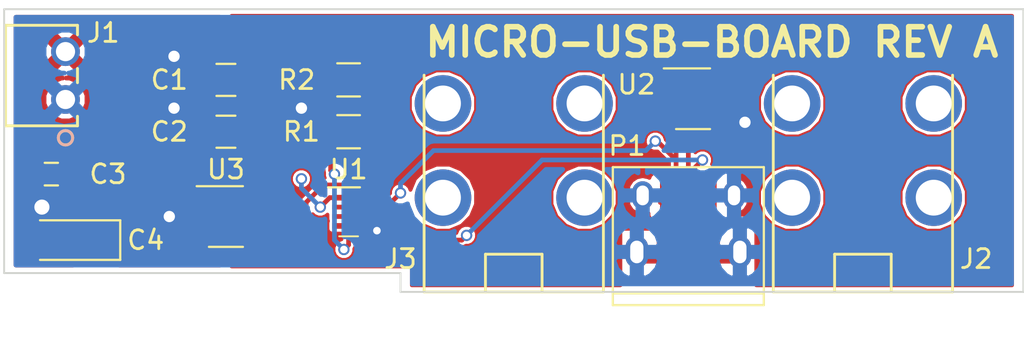
<source format=kicad_pcb>
(kicad_pcb (version 4) (host pcbnew 4.0.6)

  (general
    (links 31)
    (no_connects 0)
    (area 113.754762 100.199999 168.050001 116.375001)
    (thickness 1.6)
    (drawings 8)
    (tracks 99)
    (zones 0)
    (modules 13)
    (nets 17)
  )

  (page A4)
  (layers
    (0 F.Cu signal)
    (31 B.Cu signal)
    (32 B.Adhes user)
    (33 F.Adhes user)
    (34 B.Paste user)
    (35 F.Paste user)
    (36 B.SilkS user)
    (37 F.SilkS user)
    (38 B.Mask user)
    (39 F.Mask user)
    (40 Dwgs.User user)
    (41 Cmts.User user)
    (42 Eco1.User user)
    (43 Eco2.User user)
    (44 Edge.Cuts user)
    (45 Margin user)
    (46 B.CrtYd user)
    (47 F.CrtYd user)
    (48 B.Fab user)
    (49 F.Fab user)
  )

  (setup
    (last_trace_width 0.25)
    (user_trace_width 0.5)
    (user_trace_width 0.75)
    (trace_clearance 0.15)
    (zone_clearance 0.25)
    (zone_45_only yes)
    (trace_min 0.2)
    (segment_width 0.2)
    (edge_width 0.1)
    (via_size 0.6)
    (via_drill 0.4)
    (via_min_size 0.4)
    (via_min_drill 0.3)
    (user_via 1 0.6)
    (uvia_size 0.3)
    (uvia_drill 0.1)
    (uvias_allowed no)
    (uvia_min_size 0.2)
    (uvia_min_drill 0.1)
    (pcb_text_width 0.3)
    (pcb_text_size 1.5 1.5)
    (mod_edge_width 0.15)
    (mod_text_size 1 1)
    (mod_text_width 0.15)
    (pad_size 1.5 1.5)
    (pad_drill 0.6)
    (pad_to_mask_clearance 0)
    (aux_axis_origin 0 0)
    (visible_elements 7FFFFFFF)
    (pcbplotparams
      (layerselection 0x210fc_80000001)
      (usegerberextensions false)
      (excludeedgelayer true)
      (linewidth 0.100000)
      (plotframeref false)
      (viasonmask false)
      (mode 1)
      (useauxorigin false)
      (hpglpennumber 1)
      (hpglpenspeed 20)
      (hpglpendiameter 15)
      (hpglpenoverlay 2)
      (psnegative false)
      (psa4output false)
      (plotreference true)
      (plotvalue true)
      (plotinvisibletext false)
      (padsonsilk false)
      (subtractmaskfromsilk false)
      (outputformat 1)
      (mirror false)
      (drillshape 0)
      (scaleselection 1)
      (outputdirectory gerbers/))
  )

  (net 0 "")
  (net 1 GND)
  (net 2 +5V)
  (net 3 "Net-(P1-Pad2)")
  (net 4 "Net-(P1-Pad3)")
  (net 5 "Net-(P1-Pad4)")
  (net 6 "Net-(R1-Pad2)")
  (net 7 "Net-(U1-Pad1)")
  (net 8 "Net-(U1-Pad2)")
  (net 9 "Net-(U1-Pad3)")
  (net 10 "Net-(U1-Pad4)")
  (net 11 "Net-(U2-Pad2)")
  (net 12 "Net-(U3-Pad3)")
  (net 13 "Net-(J2-Pad1)")
  (net 14 "Net-(J3-Pad1)")
  (net 15 /CHG_DET)
  (net 16 /VBUS)

  (net_class Default "This is the default net class."
    (clearance 0.15)
    (trace_width 0.25)
    (via_dia 0.6)
    (via_drill 0.4)
    (uvia_dia 0.3)
    (uvia_drill 0.1)
    (add_net +5V)
    (add_net /CHG_DET)
    (add_net /VBUS)
    (add_net GND)
    (add_net "Net-(J2-Pad1)")
    (add_net "Net-(J3-Pad1)")
    (add_net "Net-(P1-Pad2)")
    (add_net "Net-(P1-Pad3)")
    (add_net "Net-(P1-Pad4)")
    (add_net "Net-(R1-Pad2)")
    (add_net "Net-(U1-Pad1)")
    (add_net "Net-(U1-Pad2)")
    (add_net "Net-(U1-Pad3)")
    (add_net "Net-(U1-Pad4)")
    (add_net "Net-(U2-Pad2)")
    (add_net "Net-(U3-Pad3)")
  )

  (module Connectors:USB_Micro-B_10103594-0001LF (layer F.Cu) (tedit 5ACFB887) (tstamp 5ACF826E)
    (at 150.25 111.75)
    (descr "Micro USB Type B 10103594-0001LF")
    (tags "USB USB_B USB_micro USB_OTG")
    (path /5ACF7A85)
    (attr smd)
    (fp_text reference P1 (at -3.25 -4.25) (layer F.SilkS)
      (effects (font (size 1 1) (thickness 0.15)))
    )
    (fp_text value USB_OTG (at -0.5 5.25) (layer F.Fab)
      (effects (font (size 1 1) (thickness 0.15)))
    )
    (fp_line (start -4.25 -3.4) (end 4.25 -3.4) (layer F.CrtYd) (width 0.05))
    (fp_line (start 4.25 -3.4) (end 4.25 4.45) (layer F.CrtYd) (width 0.05))
    (fp_line (start 4.25 4.45) (end -4.25 4.45) (layer F.CrtYd) (width 0.05))
    (fp_line (start -4.25 4.45) (end -4.25 -3.4) (layer F.CrtYd) (width 0.05))
    (fp_line (start -4 4.2) (end 4 4.2) (layer F.SilkS) (width 0.12))
    (fp_line (start -4 -3.12) (end 4 -3.12) (layer F.SilkS) (width 0.12))
    (fp_line (start 4 -3.12) (end 4 4.2) (layer F.SilkS) (width 0.12))
    (fp_line (start 4 3.58) (end -4 3.58) (layer F.SilkS) (width 0.12))
    (fp_line (start -4 4.2) (end -4 -3.12) (layer F.SilkS) (width 0.12))
    (pad 1 smd rect (at -1.3 -1.5 90) (size 1.65 0.4) (layers F.Cu F.Paste F.Mask)
      (net 16 /VBUS))
    (pad 2 smd rect (at -0.65 -1.5 90) (size 1.65 0.4) (layers F.Cu F.Paste F.Mask)
      (net 3 "Net-(P1-Pad2)"))
    (pad 3 smd rect (at 0 -1.5 90) (size 1.65 0.4) (layers F.Cu F.Paste F.Mask)
      (net 4 "Net-(P1-Pad3)"))
    (pad 4 smd rect (at 0.65 -1.5 90) (size 1.65 0.4) (layers F.Cu F.Paste F.Mask)
      (net 5 "Net-(P1-Pad4)"))
    (pad 5 smd rect (at 1.3 -1.5 90) (size 1.65 0.4) (layers F.Cu F.Paste F.Mask)
      (net 1 GND))
    (pad 6 thru_hole oval (at -2.42 -1.62 90) (size 1.5 1.1) (drill oval 1.05 0.65) (layers *.Cu *.Mask)
      (net 1 GND))
    (pad 6 thru_hole oval (at 2.42 -1.62 90) (size 1.5 1.1) (drill oval 1.05 0.65) (layers *.Cu *.Mask)
      (net 1 GND))
    (pad 6 thru_hole oval (at -2.73 1.38 90) (size 1.7 1.2) (drill oval 1.2 0.7) (layers *.Cu *.Mask)
      (net 1 GND))
    (pad 6 thru_hole oval (at 2.73 1.38 90) (size 1.7 1.2) (drill oval 1.2 0.7) (layers *.Cu *.Mask)
      (net 1 GND))
    (pad 6 smd rect (at -0.96 1.62 90) (size 2.5 1.43) (layers F.Cu F.Paste F.Mask)
      (net 1 GND))
    (pad 6 smd rect (at 0.96 1.62 90) (size 2.5 1.43) (layers F.Cu F.Paste F.Mask)
      (net 1 GND))
  )

  (module Capacitors_SMD:C_0805 (layer F.Cu) (tedit 5ACF97A0) (tstamp 5ACF8247)
    (at 125.75 104)
    (descr "Capacitor SMD 0805, reflow soldering, AVX (see smccp.pdf)")
    (tags "capacitor 0805")
    (path /5ACF7B13)
    (attr smd)
    (fp_text reference C1 (at -3 0) (layer F.SilkS)
      (effects (font (size 1 1) (thickness 0.15)))
    )
    (fp_text value 10uF (at 0.25 -1.75) (layer F.Fab)
      (effects (font (size 1 1) (thickness 0.15)))
    )
    (fp_text user %R (at 0 0) (layer F.Fab)
      (effects (font (size 1 1) (thickness 0.15)))
    )
    (fp_line (start -1 0.62) (end -1 -0.62) (layer F.Fab) (width 0.1))
    (fp_line (start 1 0.62) (end -1 0.62) (layer F.Fab) (width 0.1))
    (fp_line (start 1 -0.62) (end 1 0.62) (layer F.Fab) (width 0.1))
    (fp_line (start -1 -0.62) (end 1 -0.62) (layer F.Fab) (width 0.1))
    (fp_line (start 0.5 -0.85) (end -0.5 -0.85) (layer F.SilkS) (width 0.12))
    (fp_line (start -0.5 0.85) (end 0.5 0.85) (layer F.SilkS) (width 0.12))
    (fp_line (start -1.75 -0.88) (end 1.75 -0.88) (layer F.CrtYd) (width 0.05))
    (fp_line (start -1.75 -0.88) (end -1.75 0.87) (layer F.CrtYd) (width 0.05))
    (fp_line (start 1.75 0.87) (end 1.75 -0.88) (layer F.CrtYd) (width 0.05))
    (fp_line (start 1.75 0.87) (end -1.75 0.87) (layer F.CrtYd) (width 0.05))
    (pad 1 smd rect (at -1 0) (size 1 1.25) (layers F.Cu F.Paste F.Mask)
      (net 1 GND))
    (pad 2 smd rect (at 1 0) (size 1 1.25) (layers F.Cu F.Paste F.Mask)
      (net 16 /VBUS))
    (model Capacitors_SMD.3dshapes/C_0805.wrl
      (at (xyz 0 0 0))
      (scale (xyz 1 1 1))
      (rotate (xyz 0 0 0))
    )
  )

  (module Capacitors_SMD:C_0805 (layer F.Cu) (tedit 5ACF9799) (tstamp 5ACF824D)
    (at 125.75 106.75 180)
    (descr "Capacitor SMD 0805, reflow soldering, AVX (see smccp.pdf)")
    (tags "capacitor 0805")
    (path /5ACF7B04)
    (attr smd)
    (fp_text reference C2 (at 3 0 180) (layer F.SilkS)
      (effects (font (size 1 1) (thickness 0.15)))
    )
    (fp_text value 1uF (at 0 1.75 180) (layer F.Fab)
      (effects (font (size 1 1) (thickness 0.15)))
    )
    (fp_text user %R (at 0 0 180) (layer F.Fab)
      (effects (font (size 1 1) (thickness 0.15)))
    )
    (fp_line (start -1 0.62) (end -1 -0.62) (layer F.Fab) (width 0.1))
    (fp_line (start 1 0.62) (end -1 0.62) (layer F.Fab) (width 0.1))
    (fp_line (start 1 -0.62) (end 1 0.62) (layer F.Fab) (width 0.1))
    (fp_line (start -1 -0.62) (end 1 -0.62) (layer F.Fab) (width 0.1))
    (fp_line (start 0.5 -0.85) (end -0.5 -0.85) (layer F.SilkS) (width 0.12))
    (fp_line (start -0.5 0.85) (end 0.5 0.85) (layer F.SilkS) (width 0.12))
    (fp_line (start -1.75 -0.88) (end 1.75 -0.88) (layer F.CrtYd) (width 0.05))
    (fp_line (start -1.75 -0.88) (end -1.75 0.87) (layer F.CrtYd) (width 0.05))
    (fp_line (start 1.75 0.87) (end 1.75 -0.88) (layer F.CrtYd) (width 0.05))
    (fp_line (start 1.75 0.87) (end -1.75 0.87) (layer F.CrtYd) (width 0.05))
    (pad 1 smd rect (at -1 0 180) (size 1 1.25) (layers F.Cu F.Paste F.Mask)
      (net 16 /VBUS))
    (pad 2 smd rect (at 1 0 180) (size 1 1.25) (layers F.Cu F.Paste F.Mask)
      (net 1 GND))
    (model Capacitors_SMD.3dshapes/C_0805.wrl
      (at (xyz 0 0 0))
      (scale (xyz 1 1 1))
      (rotate (xyz 0 0 0))
    )
  )

  (module Capacitors_SMD:C_0603 (layer F.Cu) (tedit 5ACF9A8C) (tstamp 5ACF8253)
    (at 116.5 109)
    (descr "Capacitor SMD 0603, reflow soldering, AVX (see smccp.pdf)")
    (tags "capacitor 0603")
    (path /5ACF7B23)
    (attr smd)
    (fp_text reference C3 (at 3 0) (layer F.SilkS)
      (effects (font (size 1 1) (thickness 0.15)))
    )
    (fp_text value .1uF (at -1 -1.5) (layer F.Fab)
      (effects (font (size 1 1) (thickness 0.15)))
    )
    (fp_line (start 1.4 0.65) (end -1.4 0.65) (layer F.CrtYd) (width 0.05))
    (fp_line (start 1.4 0.65) (end 1.4 -0.65) (layer F.CrtYd) (width 0.05))
    (fp_line (start -1.4 -0.65) (end -1.4 0.65) (layer F.CrtYd) (width 0.05))
    (fp_line (start -1.4 -0.65) (end 1.4 -0.65) (layer F.CrtYd) (width 0.05))
    (fp_line (start 0.35 0.6) (end -0.35 0.6) (layer F.SilkS) (width 0.12))
    (fp_line (start -0.35 -0.6) (end 0.35 -0.6) (layer F.SilkS) (width 0.12))
    (fp_line (start -0.8 -0.4) (end 0.8 -0.4) (layer F.Fab) (width 0.1))
    (fp_line (start 0.8 -0.4) (end 0.8 0.4) (layer F.Fab) (width 0.1))
    (fp_line (start 0.8 0.4) (end -0.8 0.4) (layer F.Fab) (width 0.1))
    (fp_line (start -0.8 0.4) (end -0.8 -0.4) (layer F.Fab) (width 0.1))
    (fp_text user %R (at 0 0) (layer F.Fab)
      (effects (font (size 0.3 0.3) (thickness 0.075)))
    )
    (pad 2 smd rect (at 0.75 0) (size 0.8 0.75) (layers F.Cu F.Paste F.Mask)
      (net 2 +5V))
    (pad 1 smd rect (at -0.75 0) (size 0.8 0.75) (layers F.Cu F.Paste F.Mask)
      (net 1 GND))
    (model Capacitors_SMD.3dshapes/C_0603.wrl
      (at (xyz 0 0 0))
      (scale (xyz 1 1 1))
      (rotate (xyz 0 0 0))
    )
  )

  (module Capacitors_Tantalum_SMD:CP_Tantalum_Case-A_EIA-3216-18_Reflow (layer F.Cu) (tedit 5ACF9A8E) (tstamp 5ACF8259)
    (at 117.5 112.5 180)
    (descr "Tantalum capacitor, Case A, EIA 3216-18, 3.2x1.6x1.6mm, Reflow soldering footprint")
    (tags "capacitor tantalum smd")
    (path /5ACF7B32)
    (attr smd)
    (fp_text reference C4 (at -4 0 360) (layer F.SilkS)
      (effects (font (size 1 1) (thickness 0.15)))
    )
    (fp_text value 100uF (at 0.5 2 180) (layer F.Fab)
      (effects (font (size 1 1) (thickness 0.15)))
    )
    (fp_text user %R (at 0 0 180) (layer F.Fab)
      (effects (font (size 0.7 0.7) (thickness 0.105)))
    )
    (fp_line (start -2.75 -1.2) (end -2.75 1.2) (layer F.CrtYd) (width 0.05))
    (fp_line (start -2.75 1.2) (end 2.75 1.2) (layer F.CrtYd) (width 0.05))
    (fp_line (start 2.75 1.2) (end 2.75 -1.2) (layer F.CrtYd) (width 0.05))
    (fp_line (start 2.75 -1.2) (end -2.75 -1.2) (layer F.CrtYd) (width 0.05))
    (fp_line (start -1.6 -0.8) (end -1.6 0.8) (layer F.Fab) (width 0.1))
    (fp_line (start -1.6 0.8) (end 1.6 0.8) (layer F.Fab) (width 0.1))
    (fp_line (start 1.6 0.8) (end 1.6 -0.8) (layer F.Fab) (width 0.1))
    (fp_line (start 1.6 -0.8) (end -1.6 -0.8) (layer F.Fab) (width 0.1))
    (fp_line (start -1.28 -0.8) (end -1.28 0.8) (layer F.Fab) (width 0.1))
    (fp_line (start -1.12 -0.8) (end -1.12 0.8) (layer F.Fab) (width 0.1))
    (fp_line (start -2.65 -1.05) (end 1.6 -1.05) (layer F.SilkS) (width 0.12))
    (fp_line (start -2.65 1.05) (end 1.6 1.05) (layer F.SilkS) (width 0.12))
    (fp_line (start -2.65 -1.05) (end -2.65 1.05) (layer F.SilkS) (width 0.12))
    (pad 1 smd rect (at -1.375 0 180) (size 1.95 1.5) (layers F.Cu F.Paste F.Mask)
      (net 2 +5V))
    (pad 2 smd rect (at 1.375 0 180) (size 1.95 1.5) (layers F.Cu F.Paste F.Mask)
      (net 1 GND))
    (model Capacitors_Tantalum_SMD.3dshapes/CP_Tantalum_Case-A_EIA-3216-18.wrl
      (at (xyz 0 0 0))
      (scale (xyz 1 1 1))
      (rotate (xyz 0 0 0))
    )
  )

  (module 640455-2:640455-2 (layer F.Cu) (tedit 5ACF9AA2) (tstamp 5ACF825F)
    (at 117.25 102.5 90)
    (path /5ACF955B)
    (fp_text reference J1 (at 1 2 180) (layer F.SilkS)
      (effects (font (size 1 1) (thickness 0.15)))
    )
    (fp_text value 640455-2 (at -2 2 90) (layer F.Fab)
      (effects (font (size 1 1) (thickness 0.15)))
    )
    (fp_text user "Copyright 2016 Accelerated Designs. All rights reserved." (at 0 0 90) (layer Cmts.User)
      (effects (font (size 0.127 0.127) (thickness 0.002)))
    )
    (fp_line (start -3.937 0.635) (end -3.431757 0.635) (layer F.SilkS) (width 0.1524))
    (fp_line (start 1.397 0.635) (end 1.397 -3.175) (layer F.SilkS) (width 0.1524))
    (fp_line (start 1.397 -3.175) (end -3.937 -3.175) (layer F.SilkS) (width 0.1524))
    (fp_line (start -3.937 -3.175) (end -3.937 0.635) (layer F.SilkS) (width 0.1524))
    (fp_line (start -3.81 0.508) (end 1.27 0.508) (layer Dwgs.User) (width 0.1524))
    (fp_line (start 1.27 0.508) (end 1.27 -3.048) (layer Dwgs.User) (width 0.1524))
    (fp_line (start 1.27 -3.048) (end -3.81 -3.048) (layer Dwgs.User) (width 0.1524))
    (fp_line (start -3.81 -3.048) (end -3.81 0.508) (layer Dwgs.User) (width 0.1524))
    (fp_line (start -1.648243 0.635) (end -0.891757 0.635) (layer F.SilkS) (width 0.1524))
    (fp_line (start 0.891757 0.635) (end 1.397 0.635) (layer F.SilkS) (width 0.1524))
    (fp_circle (center -4.572 0) (end -4.191 0) (layer F.SilkS) (width 0.1524))
    (fp_circle (center -4.572 0) (end -4.191 0) (layer B.SilkS) (width 0.1524))
    (fp_circle (center -4.572 0) (end -4.191 0) (layer Dwgs.User) (width 0.1524))
    (pad 1 thru_hole circle (at -2.54 0 90) (size 1.524 1.524) (drill 1.016) (layers *.Cu *.Mask)
      (net 1 GND))
    (pad 2 thru_hole circle (at 0 0 90) (size 1.524 1.524) (drill 1.016) (layers *.Cu *.Mask)
      (net 2 +5V))
  )

  (module Resistors_SMD:R_0805 (layer F.Cu) (tedit 5ACFA49E) (tstamp 5ACF827F)
    (at 132.25 106.75 180)
    (descr "Resistor SMD 0805, reflow soldering, Vishay (see dcrcw.pdf)")
    (tags "resistor 0805")
    (path /5ACFB494)
    (attr smd)
    (fp_text reference R1 (at 2.5 0 180) (layer F.SilkS)
      (effects (font (size 1 1) (thickness 0.15)))
    )
    (fp_text value 100K (at -0.25 1.75 180) (layer F.Fab)
      (effects (font (size 1 1) (thickness 0.15)))
    )
    (fp_text user %R (at 0 0 180) (layer F.Fab)
      (effects (font (size 0.5 0.5) (thickness 0.075)))
    )
    (fp_line (start -1 0.62) (end -1 -0.62) (layer F.Fab) (width 0.1))
    (fp_line (start 1 0.62) (end -1 0.62) (layer F.Fab) (width 0.1))
    (fp_line (start 1 -0.62) (end 1 0.62) (layer F.Fab) (width 0.1))
    (fp_line (start -1 -0.62) (end 1 -0.62) (layer F.Fab) (width 0.1))
    (fp_line (start 0.6 0.88) (end -0.6 0.88) (layer F.SilkS) (width 0.12))
    (fp_line (start -0.6 -0.88) (end 0.6 -0.88) (layer F.SilkS) (width 0.12))
    (fp_line (start -1.55 -0.9) (end 1.55 -0.9) (layer F.CrtYd) (width 0.05))
    (fp_line (start -1.55 -0.9) (end -1.55 0.9) (layer F.CrtYd) (width 0.05))
    (fp_line (start 1.55 0.9) (end 1.55 -0.9) (layer F.CrtYd) (width 0.05))
    (fp_line (start 1.55 0.9) (end -1.55 0.9) (layer F.CrtYd) (width 0.05))
    (pad 1 smd rect (at -0.95 0 180) (size 0.7 1.3) (layers F.Cu F.Paste F.Mask)
      (net 16 /VBUS))
    (pad 2 smd rect (at 0.95 0 180) (size 0.7 1.3) (layers F.Cu F.Paste F.Mask)
      (net 6 "Net-(R1-Pad2)"))
    (model ${KISYS3DMOD}/Resistors_SMD.3dshapes/R_0805.wrl
      (at (xyz 0 0 0))
      (scale (xyz 1 1 1))
      (rotate (xyz 0 0 0))
    )
  )

  (module Resistors_SMD:R_0805 (layer F.Cu) (tedit 5ACFA4A1) (tstamp 5ACF8290)
    (at 132.25 104 180)
    (descr "Resistor SMD 0805, reflow soldering, Vishay (see dcrcw.pdf)")
    (tags "resistor 0805")
    (path /5ACFADBD)
    (attr smd)
    (fp_text reference R2 (at 2.75 0 180) (layer F.SilkS)
      (effects (font (size 1 1) (thickness 0.15)))
    )
    (fp_text value 100K (at 0 1.75 180) (layer F.Fab)
      (effects (font (size 1 1) (thickness 0.15)))
    )
    (fp_text user %R (at 0 0 180) (layer F.Fab)
      (effects (font (size 0.5 0.5) (thickness 0.075)))
    )
    (fp_line (start -1 0.62) (end -1 -0.62) (layer F.Fab) (width 0.1))
    (fp_line (start 1 0.62) (end -1 0.62) (layer F.Fab) (width 0.1))
    (fp_line (start 1 -0.62) (end 1 0.62) (layer F.Fab) (width 0.1))
    (fp_line (start -1 -0.62) (end 1 -0.62) (layer F.Fab) (width 0.1))
    (fp_line (start 0.6 0.88) (end -0.6 0.88) (layer F.SilkS) (width 0.12))
    (fp_line (start -0.6 -0.88) (end 0.6 -0.88) (layer F.SilkS) (width 0.12))
    (fp_line (start -1.55 -0.9) (end 1.55 -0.9) (layer F.CrtYd) (width 0.05))
    (fp_line (start -1.55 -0.9) (end -1.55 0.9) (layer F.CrtYd) (width 0.05))
    (fp_line (start 1.55 0.9) (end 1.55 -0.9) (layer F.CrtYd) (width 0.05))
    (fp_line (start 1.55 0.9) (end -1.55 0.9) (layer F.CrtYd) (width 0.05))
    (pad 1 smd rect (at -0.95 0 180) (size 0.7 1.3) (layers F.Cu F.Paste F.Mask)
      (net 15 /CHG_DET))
    (pad 2 smd rect (at 0.95 0 180) (size 0.7 1.3) (layers F.Cu F.Paste F.Mask)
      (net 1 GND))
    (model ${KISYS3DMOD}/Resistors_SMD.3dshapes/R_0805.wrl
      (at (xyz 0 0 0))
      (scale (xyz 1 1 1))
      (rotate (xyz 0 0 0))
    )
  )

  (module Texas:Texas_R_PUQFN-N10 (layer F.Cu) (tedit 5ACFA682) (tstamp 5ACF82AA)
    (at 132.25 111)
    (descr "Texas_R_PUQFN-N10 http://www.ti.com/lit/ml/mpqf186c/mpqf186c.pdf")
    (tags Texas_R_PUQFN-N10)
    (path /5ACF7A7D)
    (attr smd)
    (fp_text reference U1 (at 0 -2.25) (layer F.SilkS)
      (effects (font (size 1 1) (thickness 0.15)))
    )
    (fp_text value BQ24392 (at -0.25 2) (layer F.Fab)
      (effects (font (size 1 1) (thickness 0.15)))
    )
    (fp_text user %R (at 0 0) (layer F.Fab)
      (effects (font (size 0.3 0.3) (thickness 0.075)))
    )
    (fp_line (start -0.775 -0.5) (end -0.25 -1) (layer F.Fab) (width 0.1))
    (fp_line (start -0.775 -0.5) (end -0.775 1) (layer F.Fab) (width 0.1))
    (fp_line (start 0.6 -1.3) (end -1.09 -1.3) (layer F.SilkS) (width 0.12))
    (fp_line (start 0.5 1.3) (end -0.5 1.3) (layer F.SilkS) (width 0.1))
    (fp_line (start 1.1 1.2) (end -1.1 1.2) (layer F.CrtYd) (width 0.05))
    (fp_line (start -1.1 1.2) (end -1.1 -1.2) (layer F.CrtYd) (width 0.05))
    (fp_line (start -1.1 -1.2) (end 1.1 -1.2) (layer F.CrtYd) (width 0.05))
    (fp_line (start 1.1 -1.2) (end 1.1 1.2) (layer F.CrtYd) (width 0.05))
    (fp_line (start 0.775 -1) (end 0.775 1) (layer F.Fab) (width 0.1))
    (fp_line (start 0.775 1) (end -0.775 1) (layer F.Fab) (width 0.1))
    (fp_line (start -0.25 -1) (end 0.775 -1) (layer F.Fab) (width 0.1))
    (pad 9 smd rect (at 0.575 -0.75 270) (size 0.3 0.58) (layers F.Cu F.Paste F.Mask)
      (net 16 /VBUS) (solder_mask_margin 0.05) (solder_paste_margin -0.025) (clearance -0.25))
    (pad 8 smd rect (at 0.575 -0.25 270) (size 0.25 0.58) (layers F.Cu F.Paste F.Mask)
      (net 3 "Net-(P1-Pad2)") (solder_mask_margin 0.05) (solder_paste_margin -0.025) (clearance -0.25))
    (pad 7 smd rect (at 0.575 0.25 270) (size 0.25 0.58) (layers F.Cu F.Paste F.Mask)
      (net 4 "Net-(P1-Pad3)") (solder_mask_margin 0.05) (solder_paste_margin -0.025) (clearance -0.25))
    (pad 6 smd rect (at 0.575 0.75 270) (size 0.3 0.58) (layers F.Cu F.Paste F.Mask)
      (net 1 GND) (solder_mask_margin 0.05) (solder_paste_margin -0.025) (clearance -0.25))
    (pad 1 smd rect (at -0.575 -0.75 270) (size 0.3 0.58) (layers F.Cu F.Paste F.Mask)
      (net 7 "Net-(U1-Pad1)") (solder_mask_margin 0.05) (solder_paste_margin -0.025) (clearance -0.25))
    (pad 2 smd rect (at -0.575 -0.25 270) (size 0.25 0.58) (layers F.Cu F.Paste F.Mask)
      (net 8 "Net-(U1-Pad2)") (solder_mask_margin 0.05) (solder_paste_margin -0.025) (clearance -0.25))
    (pad 3 smd rect (at -0.575 0.25 270) (size 0.25 0.58) (layers F.Cu F.Paste F.Mask)
      (net 9 "Net-(U1-Pad3)") (solder_mask_margin 0.05) (solder_paste_margin -0.0025) (clearance -0.25))
    (pad 4 smd rect (at -0.575 0.75 270) (size 0.3 0.58) (layers F.Cu F.Paste F.Mask)
      (net 10 "Net-(U1-Pad4)") (solder_mask_margin 0.05) (solder_paste_margin -0.025) (clearance -0.25))
    (pad 5 smd rect (at 0 0.86 270) (size 0.63 0.35) (layers F.Cu F.Paste F.Mask)
      (net 6 "Net-(R1-Pad2)") (solder_mask_margin 0.05) (solder_paste_margin -0.025) (clearance -0.25))
    (pad 10 smd rect (at 0 -0.86 270) (size 0.63 0.35) (layers F.Cu F.Paste F.Mask)
      (net 15 /CHG_DET) (solder_mask_margin 0.05) (solder_paste_margin -0.025) (clearance -0.25))
    (model ${KISYS3DMOD}/Housings_DFN_QFN.3dshapes/Texas_R_PUQFN-N10.wrl
      (at (xyz 0 0 0))
      (scale (xyz 1 1 1))
      (rotate (xyz 0 0 0))
    )
  )

  (module TO_SOT_Packages_SMD:SOT-23-5 (layer F.Cu) (tedit 5ACF9AF3) (tstamp 5ACF82BF)
    (at 150.5 105)
    (descr "5-pin SOT23 package")
    (tags SOT-23-5)
    (path /5ACF7A8D)
    (attr smd)
    (fp_text reference U2 (at -3 -0.75) (layer F.SilkS)
      (effects (font (size 1 1) (thickness 0.15)))
    )
    (fp_text value TPD2E001 (at 0 2.9) (layer F.Fab)
      (effects (font (size 1 1) (thickness 0.15)))
    )
    (fp_text user %R (at 0 0 90) (layer F.Fab)
      (effects (font (size 0.5 0.5) (thickness 0.075)))
    )
    (fp_line (start -0.9 1.61) (end 0.9 1.61) (layer F.SilkS) (width 0.12))
    (fp_line (start 0.9 -1.61) (end -1.55 -1.61) (layer F.SilkS) (width 0.12))
    (fp_line (start -1.9 -1.8) (end 1.9 -1.8) (layer F.CrtYd) (width 0.05))
    (fp_line (start 1.9 -1.8) (end 1.9 1.8) (layer F.CrtYd) (width 0.05))
    (fp_line (start 1.9 1.8) (end -1.9 1.8) (layer F.CrtYd) (width 0.05))
    (fp_line (start -1.9 1.8) (end -1.9 -1.8) (layer F.CrtYd) (width 0.05))
    (fp_line (start -0.9 -0.9) (end -0.25 -1.55) (layer F.Fab) (width 0.1))
    (fp_line (start 0.9 -1.55) (end -0.25 -1.55) (layer F.Fab) (width 0.1))
    (fp_line (start -0.9 -0.9) (end -0.9 1.55) (layer F.Fab) (width 0.1))
    (fp_line (start 0.9 1.55) (end -0.9 1.55) (layer F.Fab) (width 0.1))
    (fp_line (start 0.9 -1.55) (end 0.9 1.55) (layer F.Fab) (width 0.1))
    (pad 1 smd rect (at -1.1 -0.95) (size 1.06 0.65) (layers F.Cu F.Paste F.Mask)
      (net 16 /VBUS))
    (pad 2 smd rect (at -1.1 0) (size 1.06 0.65) (layers F.Cu F.Paste F.Mask)
      (net 11 "Net-(U2-Pad2)"))
    (pad 3 smd rect (at -1.1 0.95) (size 1.06 0.65) (layers F.Cu F.Paste F.Mask)
      (net 3 "Net-(P1-Pad2)"))
    (pad 4 smd rect (at 1.1 0.95) (size 1.06 0.65) (layers F.Cu F.Paste F.Mask)
      (net 1 GND))
    (pad 5 smd rect (at 1.1 -0.95) (size 1.06 0.65) (layers F.Cu F.Paste F.Mask)
      (net 4 "Net-(P1-Pad3)"))
    (model ${KISYS3DMOD}/TO_SOT_Packages_SMD.3dshapes/SOT-23-5.wrl
      (at (xyz 0 0 0))
      (scale (xyz 1 1 1))
      (rotate (xyz 0 0 0))
    )
  )

  (module TO_SOT_Packages_SMD:SOT-23-5 (layer F.Cu) (tedit 5ACFA67E) (tstamp 5ACF82D4)
    (at 125.75 111.25)
    (descr "5-pin SOT23 package")
    (tags SOT-23-5)
    (path /5ACF7B07)
    (attr smd)
    (fp_text reference U3 (at 0 -2.5) (layer F.SilkS)
      (effects (font (size 1 1) (thickness 0.15)))
    )
    (fp_text value AP22811A (at 0.25 -0.25) (layer F.Fab)
      (effects (font (size 1 1) (thickness 0.15)))
    )
    (fp_text user %R (at 0 0 90) (layer F.Fab)
      (effects (font (size 0.5 0.5) (thickness 0.075)))
    )
    (fp_line (start -0.9 1.61) (end 0.9 1.61) (layer F.SilkS) (width 0.12))
    (fp_line (start 0.9 -1.61) (end -1.55 -1.61) (layer F.SilkS) (width 0.12))
    (fp_line (start -1.9 -1.8) (end 1.9 -1.8) (layer F.CrtYd) (width 0.05))
    (fp_line (start 1.9 -1.8) (end 1.9 1.8) (layer F.CrtYd) (width 0.05))
    (fp_line (start 1.9 1.8) (end -1.9 1.8) (layer F.CrtYd) (width 0.05))
    (fp_line (start -1.9 1.8) (end -1.9 -1.8) (layer F.CrtYd) (width 0.05))
    (fp_line (start -0.9 -0.9) (end -0.25 -1.55) (layer F.Fab) (width 0.1))
    (fp_line (start 0.9 -1.55) (end -0.25 -1.55) (layer F.Fab) (width 0.1))
    (fp_line (start -0.9 -0.9) (end -0.9 1.55) (layer F.Fab) (width 0.1))
    (fp_line (start 0.9 1.55) (end -0.9 1.55) (layer F.Fab) (width 0.1))
    (fp_line (start 0.9 -1.55) (end 0.9 1.55) (layer F.Fab) (width 0.1))
    (pad 1 smd rect (at -1.1 -0.95) (size 1.06 0.65) (layers F.Cu F.Paste F.Mask)
      (net 2 +5V))
    (pad 2 smd rect (at -1.1 0) (size 1.06 0.65) (layers F.Cu F.Paste F.Mask)
      (net 1 GND))
    (pad 3 smd rect (at -1.1 0.95) (size 1.06 0.65) (layers F.Cu F.Paste F.Mask)
      (net 12 "Net-(U3-Pad3)"))
    (pad 4 smd rect (at 1.1 0.95) (size 1.06 0.65) (layers F.Cu F.Paste F.Mask)
      (net 15 /CHG_DET))
    (pad 5 smd rect (at 1.1 -0.95) (size 1.06 0.65) (layers F.Cu F.Paste F.Mask)
      (net 16 /VBUS))
    (model ${KISYS3DMOD}/TO_SOT_Packages_SMD.3dshapes/SOT-23-5.wrl
      (at (xyz 0 0 0))
      (scale (xyz 1 1 1))
      (rotate (xyz 0 0 0))
    )
  )

  (module Keystone:7790-ScrewTerm-M3 (layer F.Cu) (tedit 5ACFB884) (tstamp 5ACF87DE)
    (at 159.5 115.25)
    (path /5ACF8D0F)
    (fp_text reference J2 (at 6 -1.75) (layer F.SilkS)
      (effects (font (size 1 1) (thickness 0.15)))
    )
    (fp_text value Keystone-7790 (at 0.75 1.25) (layer F.Fab)
      (effects (font (size 1 1) (thickness 0.15)))
    )
    (fp_line (start -1.5 0) (end -1.5 -2) (layer F.SilkS) (width 0.15))
    (fp_line (start -1.5 -2) (end 1.5 -2) (layer F.SilkS) (width 0.15))
    (fp_line (start 1.5 -2) (end 1.5 0) (layer F.SilkS) (width 0.15))
    (fp_line (start -4.75 0) (end 4.75 0) (layer F.SilkS) (width 0.15))
    (fp_line (start 4.75 0) (end 4.75 -11.5) (layer F.SilkS) (width 0.15))
    (fp_line (start -4.75 0) (end -4.75 -11.5) (layer F.SilkS) (width 0.15))
    (pad 1 thru_hole circle (at -3.75 -5) (size 3 3) (drill 1.9) (layers *.Cu *.Mask)
      (net 13 "Net-(J2-Pad1)"))
    (pad 3 thru_hole circle (at -3.75 -10) (size 3 3) (drill 1.9) (layers *.Cu *.Mask))
    (pad 4 thru_hole circle (at 3.75 -10) (size 3 3) (drill 1.9) (layers *.Cu *.Mask))
    (pad 5 thru_hole circle (at 3.75 -5) (size 3 3) (drill 1.9) (layers *.Cu *.Mask))
  )

  (module Keystone:7790-ScrewTerm-M3 (layer F.Cu) (tedit 5ACFB881) (tstamp 5ACF87EC)
    (at 141 115.25)
    (path /5ACF8FBA)
    (fp_text reference J3 (at -6 -1.75) (layer F.SilkS)
      (effects (font (size 1 1) (thickness 0.15)))
    )
    (fp_text value Keystone-7790 (at -0.25 1.25) (layer F.Fab)
      (effects (font (size 1 1) (thickness 0.15)))
    )
    (fp_line (start -1.5 0) (end -1.5 -2) (layer F.SilkS) (width 0.15))
    (fp_line (start -1.5 -2) (end 1.5 -2) (layer F.SilkS) (width 0.15))
    (fp_line (start 1.5 -2) (end 1.5 0) (layer F.SilkS) (width 0.15))
    (fp_line (start -4.75 0) (end 4.75 0) (layer F.SilkS) (width 0.15))
    (fp_line (start 4.75 0) (end 4.75 -11.5) (layer F.SilkS) (width 0.15))
    (fp_line (start -4.75 0) (end -4.75 -11.5) (layer F.SilkS) (width 0.15))
    (pad 1 thru_hole circle (at -3.75 -5) (size 3 3) (drill 1.9) (layers *.Cu *.Mask)
      (net 14 "Net-(J3-Pad1)"))
    (pad 3 thru_hole circle (at -3.75 -10) (size 3 3) (drill 1.9) (layers *.Cu *.Mask))
    (pad 4 thru_hole circle (at 3.75 -10) (size 3 3) (drill 1.9) (layers *.Cu *.Mask))
    (pad 5 thru_hole circle (at 3.75 -5) (size 3 3) (drill 1.9) (layers *.Cu *.Mask))
  )

  (gr_text "MICRO-USB-BOARD REV A" (at 151.5 102) (layer F.SilkS)
    (effects (font (size 1.5 1.5) (thickness 0.3)))
  )
  (gr_line (start 135 115.25) (end 154 115.25) (angle 90) (layer Edge.Cuts) (width 0.1))
  (gr_line (start 135 114.25) (end 135 115.25) (angle 90) (layer Edge.Cuts) (width 0.1))
  (gr_line (start 114 114.25) (end 135 114.25) (angle 90) (layer Edge.Cuts) (width 0.1))
  (gr_line (start 114 100.25) (end 114 114.25) (angle 90) (layer Edge.Cuts) (width 0.1))
  (gr_line (start 168 100.25) (end 114 100.25) (angle 90) (layer Edge.Cuts) (width 0.1))
  (gr_line (start 168 115.25) (end 168 100.25) (angle 90) (layer Edge.Cuts) (width 0.1))
  (gr_line (start 154 115.25) (end 168 115.25) (angle 90) (layer Edge.Cuts) (width 0.1))

  (segment (start 151.6 105.95) (end 152.95 105.95) (width 0.5) (layer F.Cu) (net 1))
  (segment (start 152.95 105.95) (end 153.25 106.25) (width 0.5) (layer F.Cu) (net 1) (tstamp 5ACFAA0F))
  (via (at 153.25 106.25) (size 1) (drill 0.6) (layers F.Cu B.Cu) (net 1))
  (segment (start 149.29 113.37) (end 147.76 113.37) (width 0.75) (layer F.Cu) (net 1))
  (segment (start 147.76 113.37) (end 147.52 113.13) (width 0.75) (layer F.Cu) (net 1) (tstamp 5ACFA942))
  (segment (start 151.21 113.37) (end 152.74 113.37) (width 0.75) (layer F.Cu) (net 1))
  (segment (start 152.74 113.37) (end 152.98 113.13) (width 0.75) (layer F.Cu) (net 1) (tstamp 5ACFA93F))
  (segment (start 124.65 111.25) (end 122.75 111.25) (width 0.5) (layer F.Cu) (net 1))
  (via (at 122.75 111.25) (size 1) (drill 0.6) (layers F.Cu B.Cu) (net 1))
  (segment (start 132.825 111.75) (end 133.5 111.75) (width 0.25) (layer F.Cu) (net 1))
  (segment (start 133.5 111.75) (end 133.75 112) (width 0.25) (layer F.Cu) (net 1) (tstamp 5ACFA876))
  (via (at 133.75 112) (size 0.6) (drill 0.4) (layers F.Cu B.Cu) (net 1))
  (segment (start 131.3 104) (end 129.8 105.5) (width 0.5) (layer F.Cu) (net 1))
  (segment (start 129.8 105.5) (end 129.75 105.5) (width 0.5) (layer F.Cu) (net 1) (tstamp 5ACFA6E1))
  (via (at 129.75 105.5) (size 1) (drill 0.6) (layers F.Cu B.Cu) (net 1))
  (segment (start 116 110.75) (end 115.75 110.5) (width 0.25) (layer F.Cu) (net 1))
  (segment (start 115.75 110.5) (end 115.75 109) (width 0.25) (layer F.Cu) (net 1) (tstamp 5ACFA6D5))
  (segment (start 116.125 112.5) (end 116.125 110.875) (width 0.5) (layer F.Cu) (net 1))
  (segment (start 116.125 110.875) (end 116 110.75) (width 0.5) (layer F.Cu) (net 1) (tstamp 5ACFA6D0))
  (via (at 116 110.75) (size 1.2) (drill 0.8) (layers F.Cu B.Cu) (net 1))
  (segment (start 124.75 106.75) (end 124.25 106.75) (width 0.5) (layer F.Cu) (net 1))
  (segment (start 124.25 106.75) (end 123 105.5) (width 0.5) (layer F.Cu) (net 1) (tstamp 5ACFA6CC))
  (via (at 123 105.5) (size 1) (drill 0.6) (layers F.Cu B.Cu) (net 1))
  (segment (start 124.75 104) (end 124.25 104) (width 0.5) (layer F.Cu) (net 1))
  (segment (start 124.25 104) (end 123 102.75) (width 0.5) (layer F.Cu) (net 1) (tstamp 5ACFA6C7))
  (via (at 123 102.75) (size 1) (drill 0.6) (layers F.Cu B.Cu) (net 1))
  (segment (start 151.55 110.25) (end 151.55 111.3) (width 0.25) (layer F.Cu) (net 1))
  (segment (start 151.55 111.3) (end 151.75 111.5) (width 0.25) (layer F.Cu) (net 1) (tstamp 5ACFA582))
  (segment (start 151.75 111.5) (end 152.5 111.5) (width 0.25) (layer F.Cu) (net 1) (tstamp 5ACFA583))
  (segment (start 152.5 111.5) (end 152.67 111.33) (width 0.25) (layer F.Cu) (net 1) (tstamp 5ACFA584))
  (segment (start 152.67 111.33) (end 152.67 110.13) (width 0.25) (layer F.Cu) (net 1) (tstamp 5ACFA586))
  (segment (start 151.55 110.25) (end 151.55 108.95) (width 0.25) (layer F.Cu) (net 1))
  (segment (start 151.55 108.95) (end 151.75 108.75) (width 0.25) (layer F.Cu) (net 1) (tstamp 5ACFA576))
  (segment (start 151.75 108.75) (end 152.5 108.75) (width 0.25) (layer F.Cu) (net 1) (tstamp 5ACFA57D))
  (segment (start 152.5 108.75) (end 152.67 108.92) (width 0.25) (layer F.Cu) (net 1) (tstamp 5ACFA57E))
  (segment (start 152.67 108.92) (end 152.67 110.13) (width 0.25) (layer F.Cu) (net 1) (tstamp 5ACFA57F))
  (segment (start 151.55 110.25) (end 152.55 110.25) (width 0.25) (layer F.Cu) (net 1))
  (segment (start 152.55 110.25) (end 152.67 110.13) (width 0.25) (layer F.Cu) (net 1) (tstamp 5ACFA571))
  (segment (start 149.6 108.25) (end 148.6 107.25) (width 0.25) (layer F.Cu) (net 3))
  (segment (start 148.6 107.25) (end 148.5 107.25) (width 0.25) (layer F.Cu) (net 3) (tstamp 5ACFA81D))
  (via (at 148.5 107.25) (size 0.6) (drill 0.4) (layers F.Cu B.Cu) (net 3))
  (segment (start 148.5 107.25) (end 148 107.75) (width 0.25) (layer B.Cu) (net 3) (tstamp 5ACFA822))
  (segment (start 148 107.75) (end 136.75 107.75) (width 0.25) (layer B.Cu) (net 3) (tstamp 5ACFA823))
  (segment (start 136.75 107.75) (end 136.5 108) (width 0.25) (layer B.Cu) (net 3) (tstamp 5ACFA828))
  (segment (start 133.75 110.75) (end 134.25 110.75) (width 0.25) (layer F.Cu) (net 3))
  (segment (start 132.825 110.75) (end 133.75 110.75) (width 0.25) (layer F.Cu) (net 3))
  (segment (start 149.6 109.1) (end 149.6 109) (width 0.25) (layer F.Cu) (net 3) (tstamp 5ACF9ECB))
  (segment (start 135 109.5) (end 136.5 108) (width 0.25) (layer B.Cu) (net 3) (tstamp 5ACF9EBB))
  (segment (start 135 110) (end 135 109.5) (width 0.25) (layer B.Cu) (net 3) (tstamp 5ACF9EBA))
  (via (at 135 110) (size 0.6) (drill 0.4) (layers F.Cu B.Cu) (net 3))
  (segment (start 134.25 110.75) (end 135 110) (width 0.25) (layer F.Cu) (net 3) (tstamp 5ACF9EB2))
  (segment (start 149.6 110.25) (end 149.6 109) (width 0.25) (layer F.Cu) (net 3))
  (segment (start 149.6 109) (end 149.6 108.25) (width 0.25) (layer F.Cu) (net 3) (tstamp 5ACF9D3E))
  (segment (start 149.6 108.25) (end 149.6 107.1) (width 0.25) (layer F.Cu) (net 3) (tstamp 5ACFA81B))
  (segment (start 149.4 106.9) (end 149.4 105.95) (width 0.25) (layer F.Cu) (net 3) (tstamp 5ACF9C2F))
  (segment (start 149.6 107.1) (end 149.4 106.9) (width 0.25) (layer F.Cu) (net 3) (tstamp 5ACF9C2B))
  (segment (start 151 108.25) (end 150.25 109) (width 0.25) (layer F.Cu) (net 4))
  (segment (start 145.25 108.25) (end 151 108.25) (width 0.25) (layer B.Cu) (net 4))
  (via (at 151 108.25) (size 0.6) (drill 0.4) (layers F.Cu B.Cu) (net 4))
  (segment (start 136.5 112.5) (end 138.25 112.5) (width 0.25) (layer F.Cu) (net 4))
  (segment (start 138.25 112.5) (end 138.5 112.25) (width 0.25) (layer F.Cu) (net 4) (tstamp 5ACFA7FE))
  (via (at 138.5 112.25) (size 0.6) (drill 0.4) (layers F.Cu B.Cu) (net 4))
  (segment (start 138.5 112.25) (end 142.5 108.25) (width 0.25) (layer B.Cu) (net 4) (tstamp 5ACFA801))
  (segment (start 142.5 108.25) (end 145.25 108.25) (width 0.25) (layer B.Cu) (net 4) (tstamp 5ACFA802))
  (segment (start 135.25 111.25) (end 136.5 112.5) (width 0.25) (layer F.Cu) (net 4) (tstamp 5ACF9D40))
  (segment (start 132.825 111.25) (end 135.25 111.25) (width 0.25) (layer F.Cu) (net 4))
  (segment (start 150.25 110.25) (end 150.25 109) (width 0.25) (layer F.Cu) (net 4))
  (segment (start 150.25 109) (end 150.25 107.25) (width 0.25) (layer F.Cu) (net 4) (tstamp 5ACFA814))
  (segment (start 151.6 104.4) (end 151.6 104.05) (width 0.25) (layer F.Cu) (net 4) (tstamp 5ACF9C37))
  (segment (start 150.5 105.5) (end 151.6 104.4) (width 0.25) (layer F.Cu) (net 4) (tstamp 5ACF9C36))
  (segment (start 150.5 107) (end 150.5 105.5) (width 0.25) (layer F.Cu) (net 4) (tstamp 5ACF9C35))
  (segment (start 150.25 107.25) (end 150.5 107) (width 0.25) (layer F.Cu) (net 4) (tstamp 5ACF9C32))
  (segment (start 131.3 108.8) (end 131.3 106.75) (width 0.25) (layer F.Cu) (net 6))
  (segment (start 132.25 111.86) (end 132.25 112.75) (width 0.25) (layer F.Cu) (net 6))
  (segment (start 131.5 109) (end 131.3 108.8) (width 0.25) (layer F.Cu) (net 6) (tstamp 5ACF9CF7))
  (via (at 131.5 109) (size 0.6) (drill 0.4) (layers F.Cu B.Cu) (net 6))
  (segment (start 131.5 112.5) (end 131.5 109) (width 0.25) (layer B.Cu) (net 6) (tstamp 5ACF9CF5))
  (segment (start 132 113) (end 131.5 112.5) (width 0.25) (layer B.Cu) (net 6) (tstamp 5ACF9CF4))
  (via (at 132 113) (size 0.6) (drill 0.4) (layers F.Cu B.Cu) (net 6))
  (segment (start 132.25 112.75) (end 132 113) (width 0.25) (layer F.Cu) (net 6) (tstamp 5ACF9CF1))
  (segment (start 131.675 110.25) (end 131.25 110.25) (width 0.25) (layer F.Cu) (net 7))
  (segment (start 131.25 110.25) (end 130.75 110.75) (width 0.25) (layer F.Cu) (net 7) (tstamp 5ACFA4F8))
  (via (at 130.75 110.75) (size 0.6) (drill 0.4) (layers F.Cu B.Cu) (net 7))
  (segment (start 130.75 110.75) (end 129.75 109.75) (width 0.25) (layer B.Cu) (net 7) (tstamp 5ACFA4FA))
  (segment (start 129.75 109.75) (end 129.75 109.25) (width 0.25) (layer B.Cu) (net 7) (tstamp 5ACFA4FB))
  (via (at 129.75 109.25) (size 0.6) (drill 0.4) (layers F.Cu B.Cu) (net 7))
  (segment (start 126.85 112.2) (end 128.8 112.2) (width 0.25) (layer F.Cu) (net 15))
  (segment (start 128.8 112.2) (end 130 111) (width 0.25) (layer F.Cu) (net 15) (tstamp 5ACFA4EF))
  (segment (start 130 111) (end 130 110.5) (width 0.25) (layer F.Cu) (net 15) (tstamp 5ACFA4F0))
  (segment (start 130 110.5) (end 130.924999 109.575001) (width 0.25) (layer F.Cu) (net 15) (tstamp 5ACFA4F1))
  (segment (start 132.25 109.25) (end 132.25 105.75) (width 0.25) (layer F.Cu) (net 15))
  (segment (start 132.25 105.75) (end 133.2 104.8) (width 0.25) (layer F.Cu) (net 15) (tstamp 5ACFA4E8))
  (segment (start 133.2 104.8) (end 133.2 104) (width 0.25) (layer F.Cu) (net 15) (tstamp 5ACFA4E9))
  (segment (start 132.25 110.14) (end 132.25 110) (width 0.25) (layer F.Cu) (net 15))
  (segment (start 132.25 110) (end 132.25 109.25) (width 0.25) (layer F.Cu) (net 15))
  (segment (start 131.924999 109.575001) (end 132.25 109.900002) (width 0.25) (layer F.Cu) (net 15))
  (segment (start 132.25 109.900002) (end 132.25 110) (width 0.25) (layer F.Cu) (net 15))
  (segment (start 126.85 112.2) (end 127.055 112.2) (width 0.25) (layer F.Cu) (net 15))
  (segment (start 130.924999 109.575001) (end 131.924999 109.575001) (width 0.25) (layer F.Cu) (net 15) (tstamp 5ACFA4F4))

  (zone (net 1) (net_name GND) (layer B.Cu) (tstamp 5ACFA513) (hatch edge 0.508)
    (connect_pads (clearance 0.25))
    (min_thickness 0.254)
    (fill yes (arc_segments 16) (thermal_gap 0.508) (thermal_bridge_width 0.75))
    (polygon
      (pts
        (xy 167.5 115) (xy 135.5 115) (xy 135.5 114) (xy 114.5 114) (xy 114.5 100.5)
        (xy 167.5 100.5)
      )
    )
    (filled_polygon
      (pts
        (xy 167.373 114.823) (xy 135.627 114.823) (xy 135.627 114) (xy 135.616994 113.95059) (xy 135.588553 113.908965)
        (xy 135.546159 113.881685) (xy 135.5 113.873) (xy 135.189592 113.873) (xy 135.163406 113.855503) (xy 135 113.823)
        (xy 114.627 113.823) (xy 114.627 109.384073) (xy 129.072883 109.384073) (xy 129.175733 109.632989) (xy 129.248 109.705382)
        (xy 129.248 109.749995) (xy 129.247999 109.75) (xy 129.286212 109.942107) (xy 129.395032 110.104968) (xy 130.072971 110.782907)
        (xy 130.072883 110.884073) (xy 130.175733 111.132989) (xy 130.36601 111.323598) (xy 130.614746 111.426882) (xy 130.884073 111.427117)
        (xy 130.998 111.380043) (xy 130.998 112.499995) (xy 130.997999 112.5) (xy 131.036212 112.692107) (xy 131.145032 112.854968)
        (xy 131.322971 113.032907) (xy 131.322883 113.134073) (xy 131.425733 113.382989) (xy 131.61601 113.573598) (xy 131.864746 113.676882)
        (xy 132.134073 113.677117) (xy 132.382989 113.574267) (xy 132.386008 113.571253) (xy 146.299694 113.571253) (xy 146.465774 114.023686)
        (xy 146.79235 114.378123) (xy 147.085792 114.536152) (xy 147.272 114.427287) (xy 147.272 113.378) (xy 147.768 113.378)
        (xy 147.768 114.427287) (xy 147.954208 114.536152) (xy 148.24765 114.378123) (xy 148.574226 114.023686) (xy 148.740306 113.571253)
        (xy 151.759694 113.571253) (xy 151.925774 114.023686) (xy 152.25235 114.378123) (xy 152.545792 114.536152) (xy 152.732 114.427287)
        (xy 152.732 113.378) (xy 153.228 113.378) (xy 153.228 114.427287) (xy 153.414208 114.536152) (xy 153.70765 114.378123)
        (xy 154.034226 114.023686) (xy 154.200306 113.571253) (xy 154.056451 113.378) (xy 153.228 113.378) (xy 152.732 113.378)
        (xy 151.903549 113.378) (xy 151.759694 113.571253) (xy 148.740306 113.571253) (xy 148.596451 113.378) (xy 147.768 113.378)
        (xy 147.272 113.378) (xy 146.443549 113.378) (xy 146.299694 113.571253) (xy 132.386008 113.571253) (xy 132.573598 113.38399)
        (xy 132.676882 113.135254) (xy 132.677117 112.865927) (xy 132.574267 112.617011) (xy 132.38399 112.426402) (xy 132.135254 112.323118)
        (xy 132.032964 112.323029) (xy 132.002 112.292064) (xy 132.002 110.134073) (xy 134.322883 110.134073) (xy 134.425733 110.382989)
        (xy 134.61601 110.573598) (xy 134.864746 110.676882) (xy 135.134073 110.677117) (xy 135.372713 110.578513) (xy 135.372675 110.62172)
        (xy 135.657829 111.311846) (xy 136.185376 111.840316) (xy 136.875004 112.126674) (xy 137.62172 112.127325) (xy 137.858524 112.02948)
        (xy 137.823118 112.114746) (xy 137.822883 112.384073) (xy 137.925733 112.632989) (xy 138.11601 112.823598) (xy 138.364746 112.926882)
        (xy 138.634073 112.927117) (xy 138.882989 112.824267) (xy 139.018745 112.688747) (xy 146.299694 112.688747) (xy 146.443549 112.882)
        (xy 147.272 112.882) (xy 147.272 111.832713) (xy 147.768 111.832713) (xy 147.768 112.882) (xy 148.596451 112.882)
        (xy 148.740306 112.688747) (xy 151.759694 112.688747) (xy 151.903549 112.882) (xy 152.732 112.882) (xy 152.732 111.832713)
        (xy 153.228 111.832713) (xy 153.228 112.882) (xy 154.056451 112.882) (xy 154.200306 112.688747) (xy 154.034226 112.236314)
        (xy 153.70765 111.881877) (xy 153.414208 111.723848) (xy 153.228 111.832713) (xy 152.732 111.832713) (xy 152.545792 111.723848)
        (xy 152.25235 111.881877) (xy 151.925774 112.236314) (xy 151.759694 112.688747) (xy 148.740306 112.688747) (xy 148.574226 112.236314)
        (xy 148.24765 111.881877) (xy 147.954208 111.723848) (xy 147.768 111.832713) (xy 147.272 111.832713) (xy 147.085792 111.723848)
        (xy 146.79235 111.881877) (xy 146.465774 112.236314) (xy 146.299694 112.688747) (xy 139.018745 112.688747) (xy 139.073598 112.63399)
        (xy 139.176882 112.385254) (xy 139.176971 112.282965) (xy 142.707935 108.752) (xy 143.593818 108.752) (xy 143.159684 109.185376)
        (xy 142.873326 109.875004) (xy 142.872675 110.62172) (xy 143.157829 111.311846) (xy 143.685376 111.840316) (xy 144.375004 112.126674)
        (xy 145.12172 112.127325) (xy 145.811846 111.842171) (xy 146.340316 111.314624) (xy 146.626674 110.624996) (xy 146.626728 110.561997)
        (xy 146.672065 110.561997) (xy 146.848989 110.98746) (xy 147.175263 111.31283) (xy 147.403784 111.435696) (xy 147.582 111.325834)
        (xy 147.582 110.378) (xy 148.078 110.378) (xy 148.078 111.325834) (xy 148.256216 111.435696) (xy 148.484737 111.31283)
        (xy 148.811011 110.98746) (xy 148.987935 110.561997) (xy 151.512065 110.561997) (xy 151.688989 110.98746) (xy 152.015263 111.31283)
        (xy 152.243784 111.435696) (xy 152.422 111.325834) (xy 152.422 110.378) (xy 152.918 110.378) (xy 152.918 111.325834)
        (xy 153.096216 111.435696) (xy 153.324737 111.31283) (xy 153.651011 110.98746) (xy 153.803099 110.62172) (xy 153.872675 110.62172)
        (xy 154.157829 111.311846) (xy 154.685376 111.840316) (xy 155.375004 112.126674) (xy 156.12172 112.127325) (xy 156.811846 111.842171)
        (xy 157.340316 111.314624) (xy 157.626674 110.624996) (xy 157.626676 110.62172) (xy 161.372675 110.62172) (xy 161.657829 111.311846)
        (xy 162.185376 111.840316) (xy 162.875004 112.126674) (xy 163.62172 112.127325) (xy 164.311846 111.842171) (xy 164.840316 111.314624)
        (xy 165.126674 110.624996) (xy 165.127325 109.87828) (xy 164.842171 109.188154) (xy 164.314624 108.659684) (xy 163.624996 108.373326)
        (xy 162.87828 108.372675) (xy 162.188154 108.657829) (xy 161.659684 109.185376) (xy 161.373326 109.875004) (xy 161.372675 110.62172)
        (xy 157.626676 110.62172) (xy 157.627325 109.87828) (xy 157.342171 109.188154) (xy 156.814624 108.659684) (xy 156.124996 108.373326)
        (xy 155.37828 108.372675) (xy 154.688154 108.657829) (xy 154.159684 109.185376) (xy 153.873326 109.875004) (xy 153.872675 110.62172)
        (xy 153.803099 110.62172) (xy 153.827935 110.561997) (xy 153.691221 110.378) (xy 152.918 110.378) (xy 152.422 110.378)
        (xy 151.648779 110.378) (xy 151.512065 110.561997) (xy 148.987935 110.561997) (xy 148.851221 110.378) (xy 148.078 110.378)
        (xy 147.582 110.378) (xy 146.808779 110.378) (xy 146.672065 110.561997) (xy 146.626728 110.561997) (xy 146.627325 109.87828)
        (xy 146.342171 109.188154) (xy 145.906779 108.752) (xy 147.581998 108.752) (xy 147.581998 108.934165) (xy 147.403784 108.824304)
        (xy 147.175263 108.94717) (xy 146.848989 109.27254) (xy 146.672065 109.698003) (xy 146.808779 109.882) (xy 147.582 109.882)
        (xy 147.582 109.862) (xy 148.078 109.862) (xy 148.078 109.882) (xy 148.851221 109.882) (xy 148.987935 109.698003)
        (xy 151.512065 109.698003) (xy 151.648779 109.882) (xy 152.422 109.882) (xy 152.422 108.934166) (xy 152.918 108.934166)
        (xy 152.918 109.882) (xy 153.691221 109.882) (xy 153.827935 109.698003) (xy 153.651011 109.27254) (xy 153.324737 108.94717)
        (xy 153.096216 108.824304) (xy 152.918 108.934166) (xy 152.422 108.934166) (xy 152.243784 108.824304) (xy 152.015263 108.94717)
        (xy 151.688989 109.27254) (xy 151.512065 109.698003) (xy 148.987935 109.698003) (xy 148.811011 109.27254) (xy 148.484737 108.94717)
        (xy 148.256216 108.824304) (xy 148.078002 108.934165) (xy 148.078002 108.752) (xy 150.544537 108.752) (xy 150.61601 108.823598)
        (xy 150.864746 108.926882) (xy 151.134073 108.927117) (xy 151.382989 108.824267) (xy 151.573598 108.63399) (xy 151.676882 108.385254)
        (xy 151.677117 108.115927) (xy 151.574267 107.867011) (xy 151.38399 107.676402) (xy 151.135254 107.573118) (xy 150.865927 107.572883)
        (xy 150.617011 107.675733) (xy 150.544618 107.748) (xy 148.959389 107.748) (xy 149.073598 107.63399) (xy 149.176882 107.385254)
        (xy 149.177117 107.115927) (xy 149.074267 106.867011) (xy 148.88399 106.676402) (xy 148.635254 106.573118) (xy 148.365927 106.572883)
        (xy 148.117011 106.675733) (xy 147.926402 106.86601) (xy 147.823118 107.114746) (xy 147.823029 107.217036) (xy 147.792064 107.248)
        (xy 136.75 107.248) (xy 136.557892 107.286212) (xy 136.49266 107.3298) (xy 136.395032 107.395032) (xy 136.39503 107.395035)
        (xy 136.145032 107.645032) (xy 136.14503 107.645035) (xy 134.645032 109.145032) (xy 134.536212 109.307893) (xy 134.497999 109.5)
        (xy 134.498 109.500005) (xy 134.498 109.544537) (xy 134.426402 109.61601) (xy 134.323118 109.864746) (xy 134.322883 110.134073)
        (xy 132.002 110.134073) (xy 132.002 109.455463) (xy 132.073598 109.38399) (xy 132.176882 109.135254) (xy 132.177117 108.865927)
        (xy 132.074267 108.617011) (xy 131.88399 108.426402) (xy 131.635254 108.323118) (xy 131.365927 108.322883) (xy 131.117011 108.425733)
        (xy 130.926402 108.61601) (xy 130.823118 108.864746) (xy 130.822883 109.134073) (xy 130.925733 109.382989) (xy 130.998 109.455382)
        (xy 130.998 110.119934) (xy 130.885254 110.073118) (xy 130.782964 110.073029) (xy 130.329562 109.619626) (xy 130.426882 109.385254)
        (xy 130.427117 109.115927) (xy 130.324267 108.867011) (xy 130.13399 108.676402) (xy 129.885254 108.573118) (xy 129.615927 108.572883)
        (xy 129.367011 108.675733) (xy 129.176402 108.86601) (xy 129.073118 109.114746) (xy 129.072883 109.384073) (xy 114.627 109.384073)
        (xy 114.627 106.092941) (xy 116.547784 106.092941) (xy 116.626201 106.320509) (xy 117.163714 106.461753) (xy 117.714364 106.386549)
        (xy 117.873799 106.320509) (xy 117.952216 106.092941) (xy 117.25 105.390725) (xy 116.547784 106.092941) (xy 114.627 106.092941)
        (xy 114.627 104.953714) (xy 115.828247 104.953714) (xy 115.903451 105.504364) (xy 115.969491 105.663799) (xy 116.197059 105.742216)
        (xy 116.899275 105.04) (xy 117.600725 105.04) (xy 118.302941 105.742216) (xy 118.530509 105.663799) (xy 118.541566 105.62172)
        (xy 135.372675 105.62172) (xy 135.657829 106.311846) (xy 136.185376 106.840316) (xy 136.875004 107.126674) (xy 137.62172 107.127325)
        (xy 138.311846 106.842171) (xy 138.840316 106.314624) (xy 139.126674 105.624996) (xy 139.126676 105.62172) (xy 142.872675 105.62172)
        (xy 143.157829 106.311846) (xy 143.685376 106.840316) (xy 144.375004 107.126674) (xy 145.12172 107.127325) (xy 145.811846 106.842171)
        (xy 146.340316 106.314624) (xy 146.626674 105.624996) (xy 146.626676 105.62172) (xy 153.872675 105.62172) (xy 154.157829 106.311846)
        (xy 154.685376 106.840316) (xy 155.375004 107.126674) (xy 156.12172 107.127325) (xy 156.811846 106.842171) (xy 157.340316 106.314624)
        (xy 157.626674 105.624996) (xy 157.626676 105.62172) (xy 161.372675 105.62172) (xy 161.657829 106.311846) (xy 162.185376 106.840316)
        (xy 162.875004 107.126674) (xy 163.62172 107.127325) (xy 164.311846 106.842171) (xy 164.840316 106.314624) (xy 165.126674 105.624996)
        (xy 165.127325 104.87828) (xy 164.842171 104.188154) (xy 164.314624 103.659684) (xy 163.624996 103.373326) (xy 162.87828 103.372675)
        (xy 162.188154 103.657829) (xy 161.659684 104.185376) (xy 161.373326 104.875004) (xy 161.372675 105.62172) (xy 157.626676 105.62172)
        (xy 157.627325 104.87828) (xy 157.342171 104.188154) (xy 156.814624 103.659684) (xy 156.124996 103.373326) (xy 155.37828 103.372675)
        (xy 154.688154 103.657829) (xy 154.159684 104.185376) (xy 153.873326 104.875004) (xy 153.872675 105.62172) (xy 146.626676 105.62172)
        (xy 146.627325 104.87828) (xy 146.342171 104.188154) (xy 145.814624 103.659684) (xy 145.124996 103.373326) (xy 144.37828 103.372675)
        (xy 143.688154 103.657829) (xy 143.159684 104.185376) (xy 142.873326 104.875004) (xy 142.872675 105.62172) (xy 139.126676 105.62172)
        (xy 139.127325 104.87828) (xy 138.842171 104.188154) (xy 138.314624 103.659684) (xy 137.624996 103.373326) (xy 136.87828 103.372675)
        (xy 136.188154 103.657829) (xy 135.659684 104.185376) (xy 135.373326 104.875004) (xy 135.372675 105.62172) (xy 118.541566 105.62172)
        (xy 118.671753 105.126286) (xy 118.596549 104.575636) (xy 118.530509 104.416201) (xy 118.302941 104.337784) (xy 117.600725 105.04)
        (xy 116.899275 105.04) (xy 116.197059 104.337784) (xy 115.969491 104.416201) (xy 115.828247 104.953714) (xy 114.627 104.953714)
        (xy 114.627 102.725567) (xy 116.110803 102.725567) (xy 116.28384 103.144349) (xy 116.603966 103.465034) (xy 117.022445 103.638802)
        (xy 117.184745 103.638943) (xy 116.785636 103.693451) (xy 116.626201 103.759491) (xy 116.547784 103.987059) (xy 117.25 104.689275)
        (xy 117.952216 103.987059) (xy 117.873799 103.759491) (xy 117.415814 103.639145) (xy 117.475567 103.639197) (xy 117.894349 103.46616)
        (xy 118.215034 103.146034) (xy 118.388802 102.727555) (xy 118.389197 102.274433) (xy 118.21616 101.855651) (xy 117.896034 101.534966)
        (xy 117.477555 101.361198) (xy 117.024433 101.360803) (xy 116.605651 101.53384) (xy 116.284966 101.853966) (xy 116.111198 102.272445)
        (xy 116.110803 102.725567) (xy 114.627 102.725567) (xy 114.627 100.677) (xy 167.373 100.677)
      )
    )
  )
  (zone (net 16) (net_name /VBUS) (layer F.Cu) (tstamp 5ACFA5D5) (hatch edge 0.508)
    (connect_pads (clearance 0.15))
    (min_thickness 0.2)
    (fill yes (arc_segments 16) (thermal_gap 0.508) (thermal_bridge_width 0.75))
    (polygon
      (pts
        (xy 167.5 115) (xy 135.5 115) (xy 135.5 114) (xy 125.95 114) (xy 125.95 100.5)
        (xy 167.5 100.5)
      )
    )
    (filled_polygon
      (pts
        (xy 167.4 114.9) (xy 153.85 114.9) (xy 153.85 111.25) (xy 153.843161 111.213654) (xy 153.821681 111.180273)
        (xy 153.788906 111.157879) (xy 153.75 111.15) (xy 153.045 111.15) (xy 153.045 111.042689) (xy 153.235685 110.915276)
        (xy 153.409104 110.655738) (xy 153.420873 110.596569) (xy 153.999696 110.596569) (xy 154.265557 111.240001) (xy 154.75741 111.732713)
        (xy 155.400376 111.999696) (xy 156.096569 112.000304) (xy 156.740001 111.734443) (xy 157.232713 111.24259) (xy 157.499696 110.599624)
        (xy 157.499698 110.596569) (xy 161.499696 110.596569) (xy 161.765557 111.240001) (xy 162.25741 111.732713) (xy 162.900376 111.999696)
        (xy 163.596569 112.000304) (xy 164.240001 111.734443) (xy 164.732713 111.24259) (xy 164.999696 110.599624) (xy 165.000304 109.903431)
        (xy 164.734443 109.259999) (xy 164.24259 108.767287) (xy 163.599624 108.500304) (xy 162.903431 108.499696) (xy 162.259999 108.765557)
        (xy 161.767287 109.25741) (xy 161.500304 109.900376) (xy 161.499696 110.596569) (xy 157.499698 110.596569) (xy 157.500304 109.903431)
        (xy 157.234443 109.259999) (xy 156.74259 108.767287) (xy 156.099624 108.500304) (xy 155.403431 108.499696) (xy 154.759999 108.765557)
        (xy 154.267287 109.25741) (xy 154.000304 109.900376) (xy 153.999696 110.596569) (xy 153.420873 110.596569) (xy 153.47 110.349591)
        (xy 153.47 109.910409) (xy 153.409104 109.604262) (xy 153.235685 109.344724) (xy 153.045 109.217311) (xy 153.045 108.92)
        (xy 153.024512 108.817) (xy 153.016455 108.776493) (xy 152.935165 108.654835) (xy 152.765165 108.484835) (xy 152.643507 108.403545)
        (xy 152.5 108.375) (xy 151.75 108.375) (xy 151.606494 108.403545) (xy 151.503081 108.472643) (xy 151.549904 108.359882)
        (xy 151.550095 108.141078) (xy 151.466539 107.938857) (xy 151.311957 107.784005) (xy 151.109882 107.700096) (xy 150.891078 107.699905)
        (xy 150.688857 107.783461) (xy 150.625 107.847207) (xy 150.625 107.40533) (xy 150.765165 107.265165) (xy 150.846454 107.143507)
        (xy 150.846455 107.143506) (xy 150.875 107) (xy 150.875 106.433636) (xy 150.887288 106.452732) (xy 150.970831 106.509815)
        (xy 151.07 106.529897) (xy 152.13 106.529897) (xy 152.222644 106.512465) (xy 152.307732 106.457712) (xy 152.313001 106.45)
        (xy 152.521137 106.45) (xy 152.613811 106.674286) (xy 152.824605 106.885448) (xy 153.100161 106.999869) (xy 153.39853 107.00013)
        (xy 153.674286 106.886189) (xy 153.885448 106.675395) (xy 153.999869 106.399839) (xy 154.00013 106.10147) (xy 153.886189 105.825714)
        (xy 153.675395 105.614552) (xy 153.632088 105.596569) (xy 153.999696 105.596569) (xy 154.265557 106.240001) (xy 154.75741 106.732713)
        (xy 155.400376 106.999696) (xy 156.096569 107.000304) (xy 156.740001 106.734443) (xy 157.232713 106.24259) (xy 157.499696 105.599624)
        (xy 157.499698 105.596569) (xy 161.499696 105.596569) (xy 161.765557 106.240001) (xy 162.25741 106.732713) (xy 162.900376 106.999696)
        (xy 163.596569 107.000304) (xy 164.240001 106.734443) (xy 164.732713 106.24259) (xy 164.999696 105.599624) (xy 165.000304 104.903431)
        (xy 164.734443 104.259999) (xy 164.24259 103.767287) (xy 163.599624 103.500304) (xy 162.903431 103.499696) (xy 162.259999 103.765557)
        (xy 161.767287 104.25741) (xy 161.500304 104.900376) (xy 161.499696 105.596569) (xy 157.499698 105.596569) (xy 157.500304 104.903431)
        (xy 157.234443 104.259999) (xy 156.74259 103.767287) (xy 156.099624 103.500304) (xy 155.403431 103.499696) (xy 154.759999 103.765557)
        (xy 154.267287 104.25741) (xy 154.000304 104.900376) (xy 153.999696 105.596569) (xy 153.632088 105.596569) (xy 153.399839 105.500131)
        (xy 153.159092 105.49992) (xy 153.141342 105.48806) (xy 152.95 105.45) (xy 152.31447 105.45) (xy 152.312712 105.447268)
        (xy 152.229169 105.390185) (xy 152.13 105.370103) (xy 151.160227 105.370103) (xy 151.865165 104.665165) (xy 151.888731 104.629897)
        (xy 152.13 104.629897) (xy 152.222644 104.612465) (xy 152.307732 104.557712) (xy 152.364815 104.474169) (xy 152.384897 104.375)
        (xy 152.384897 103.725) (xy 152.367465 103.632356) (xy 152.312712 103.547268) (xy 152.229169 103.490185) (xy 152.13 103.470103)
        (xy 151.07 103.470103) (xy 150.977356 103.487535) (xy 150.892268 103.542288) (xy 150.835185 103.625831) (xy 150.815103 103.725)
        (xy 150.815103 104.375) (xy 150.832535 104.467644) (xy 150.887288 104.552732) (xy 150.904902 104.564768) (xy 150.234835 105.234835)
        (xy 150.184897 105.309572) (xy 150.184897 104.927513) (xy 150.274405 104.890437) (xy 150.445438 104.719404) (xy 150.538 104.495938)
        (xy 150.538 104.3645) (xy 150.386 104.2125) (xy 149.665 104.2125) (xy 149.665 104.345) (xy 149.135 104.345)
        (xy 149.135 104.2125) (xy 148.414 104.2125) (xy 148.262 104.3645) (xy 148.262 104.495938) (xy 148.354562 104.719404)
        (xy 148.525595 104.890437) (xy 148.615103 104.927513) (xy 148.615103 105.325) (xy 148.632535 105.417644) (xy 148.669673 105.475357)
        (xy 148.635185 105.525831) (xy 148.615103 105.625) (xy 148.615103 106.275) (xy 148.632535 106.367644) (xy 148.687288 106.452732)
        (xy 148.770831 106.509815) (xy 148.87 106.529897) (xy 149.025 106.529897) (xy 149.025 106.9) (xy 149.053545 107.043507)
        (xy 149.134835 107.165165) (xy 149.225 107.25533) (xy 149.225 107.34467) (xy 149.05007 107.16974) (xy 149.050095 107.141078)
        (xy 148.966539 106.938857) (xy 148.811957 106.784005) (xy 148.609882 106.700096) (xy 148.391078 106.699905) (xy 148.188857 106.783461)
        (xy 148.034005 106.938043) (xy 147.950096 107.140118) (xy 147.949905 107.358922) (xy 148.033461 107.561143) (xy 148.188043 107.715995)
        (xy 148.390118 107.799904) (xy 148.608922 107.800095) (xy 148.616595 107.796925) (xy 149.225 108.40533) (xy 149.225 108.817)
        (xy 149.202 108.817) (xy 149.05 108.969) (xy 149.05 109.975) (xy 149.145103 109.975) (xy 149.145103 110.525)
        (xy 149.05 110.525) (xy 149.05 111.531) (xy 149.15 111.631) (xy 149.15 111.865103) (xy 148.575 111.865103)
        (xy 148.482356 111.882535) (xy 148.455215 111.9) (xy 146.75 111.9) (xy 146.713654 111.906839) (xy 146.680273 111.928319)
        (xy 146.657879 111.961094) (xy 146.65 112) (xy 146.65 114.9) (xy 135.6 114.9) (xy 135.6 114)
        (xy 135.592121 113.961094) (xy 135.569727 113.928319) (xy 135.536346 113.906839) (xy 135.5 113.9) (xy 126.05 113.9)
        (xy 126.05 111.875) (xy 126.065103 111.875) (xy 126.065103 112.525) (xy 126.082535 112.617644) (xy 126.137288 112.702732)
        (xy 126.220831 112.759815) (xy 126.32 112.779897) (xy 127.38 112.779897) (xy 127.472644 112.762465) (xy 127.557732 112.707712)
        (xy 127.614815 112.624169) (xy 127.624772 112.575) (xy 128.8 112.575) (xy 128.943507 112.546455) (xy 129.065165 112.465165)
        (xy 130.265165 111.265165) (xy 130.346455 111.143507) (xy 130.349649 111.127447) (xy 130.438043 111.215995) (xy 130.640118 111.299904)
        (xy 130.858922 111.300095) (xy 131.061143 111.216539) (xy 131.130103 111.147699) (xy 131.130103 111.375) (xy 131.147535 111.467644)
        (xy 131.159818 111.486732) (xy 131.150185 111.500831) (xy 131.130103 111.6) (xy 131.130103 111.9) (xy 131.147535 111.992644)
        (xy 131.202288 112.077732) (xy 131.285831 112.134815) (xy 131.385 112.154897) (xy 131.820103 112.154897) (xy 131.820103 112.175)
        (xy 131.837535 112.267644) (xy 131.875 112.325866) (xy 131.875 112.456548) (xy 131.688857 112.533461) (xy 131.534005 112.688043)
        (xy 131.450096 112.890118) (xy 131.449905 113.108922) (xy 131.533461 113.311143) (xy 131.688043 113.465995) (xy 131.890118 113.549904)
        (xy 132.108922 113.550095) (xy 132.311143 113.466539) (xy 132.465995 113.311957) (xy 132.549904 113.109882) (xy 132.550032 112.962982)
        (xy 132.596454 112.893507) (xy 132.596455 112.893506) (xy 132.625 112.75) (xy 132.625 112.325122) (xy 132.659815 112.274169)
        (xy 132.679897 112.175) (xy 132.679897 112.154897) (xy 133.115 112.154897) (xy 133.207644 112.137465) (xy 133.210847 112.135404)
        (xy 133.283461 112.311143) (xy 133.438043 112.465995) (xy 133.640118 112.549904) (xy 133.858922 112.550095) (xy 134.061143 112.466539)
        (xy 134.215995 112.311957) (xy 134.299904 112.109882) (xy 134.300095 111.891078) (xy 134.216539 111.688857) (xy 134.152793 111.625)
        (xy 135.09467 111.625) (xy 136.234835 112.765165) (xy 136.356493 112.846455) (xy 136.5 112.875) (xy 138.25 112.875)
        (xy 138.393507 112.846455) (xy 138.46308 112.799968) (xy 138.608922 112.800095) (xy 138.811143 112.716539) (xy 138.965995 112.561957)
        (xy 139.049904 112.359882) (xy 139.050095 112.141078) (xy 138.966539 111.938857) (xy 138.811957 111.784005) (xy 138.609882 111.700096)
        (xy 138.391078 111.699905) (xy 138.188857 111.783461) (xy 138.034005 111.938043) (xy 137.956374 112.125) (xy 136.65533 112.125)
        (xy 136.267043 111.736713) (xy 136.900376 111.999696) (xy 137.596569 112.000304) (xy 138.240001 111.734443) (xy 138.732713 111.24259)
        (xy 138.999696 110.599624) (xy 138.999698 110.596569) (xy 142.999696 110.596569) (xy 143.265557 111.240001) (xy 143.75741 111.732713)
        (xy 144.400376 111.999696) (xy 145.096569 112.000304) (xy 145.740001 111.734443) (xy 146.232713 111.24259) (xy 146.499696 110.599624)
        (xy 146.500297 109.910409) (xy 147.03 109.910409) (xy 147.03 110.349591) (xy 147.090896 110.655738) (xy 147.264315 110.915276)
        (xy 147.523853 111.088695) (xy 147.83 111.149591) (xy 148.136147 111.088695) (xy 148.142 111.084784) (xy 148.142 111.195939)
        (xy 148.234563 111.419405) (xy 148.405596 111.590438) (xy 148.629062 111.683) (xy 148.698 111.683) (xy 148.85 111.531)
        (xy 148.85 110.525) (xy 148.75 110.525) (xy 148.75 109.975) (xy 148.85 109.975) (xy 148.85 108.969)
        (xy 148.698 108.817) (xy 148.629062 108.817) (xy 148.405596 108.909562) (xy 148.234563 109.080595) (xy 148.1838 109.203146)
        (xy 148.136147 109.171305) (xy 147.83 109.110409) (xy 147.523853 109.171305) (xy 147.264315 109.344724) (xy 147.090896 109.604262)
        (xy 147.03 109.910409) (xy 146.500297 109.910409) (xy 146.500304 109.903431) (xy 146.234443 109.259999) (xy 145.74259 108.767287)
        (xy 145.099624 108.500304) (xy 144.403431 108.499696) (xy 143.759999 108.765557) (xy 143.267287 109.25741) (xy 143.000304 109.900376)
        (xy 142.999696 110.596569) (xy 138.999698 110.596569) (xy 139.000304 109.903431) (xy 138.734443 109.259999) (xy 138.24259 108.767287)
        (xy 137.599624 108.500304) (xy 136.903431 108.499696) (xy 136.259999 108.765557) (xy 135.767287 109.25741) (xy 135.527187 109.835635)
        (xy 135.466539 109.688857) (xy 135.311957 109.534005) (xy 135.109882 109.450096) (xy 134.891078 109.449905) (xy 134.688857 109.533461)
        (xy 134.534005 109.688043) (xy 134.450096 109.890118) (xy 134.449983 110.019687) (xy 134.09467 110.375) (xy 133.621 110.375)
        (xy 133.571 110.325) (xy 132.97 110.325) (xy 132.97 110.370103) (xy 132.68 110.370103) (xy 132.68 110.325)
        (xy 132.679897 110.325) (xy 132.679897 110.175) (xy 132.68 110.175) (xy 132.68 109.644) (xy 132.97 109.644)
        (xy 132.97 110.175) (xy 133.571 110.175) (xy 133.723 110.023) (xy 133.723 109.979061) (xy 133.630437 109.755595)
        (xy 133.459404 109.584562) (xy 133.235938 109.492) (xy 133.122 109.492) (xy 132.97 109.644) (xy 132.68 109.644)
        (xy 132.625 109.589) (xy 132.625 107.964896) (xy 132.729061 108.008) (xy 132.873 108.008) (xy 133.025 107.856)
        (xy 133.025 107.025) (xy 133.375 107.025) (xy 133.375 107.856) (xy 133.527 108.008) (xy 133.670939 108.008)
        (xy 133.894405 107.915437) (xy 134.065438 107.744404) (xy 134.158 107.520938) (xy 134.158 107.177) (xy 134.006 107.025)
        (xy 133.375 107.025) (xy 133.025 107.025) (xy 132.905 107.025) (xy 132.905 106.475) (xy 133.025 106.475)
        (xy 133.025 105.644) (xy 133.375 105.644) (xy 133.375 106.475) (xy 134.006 106.475) (xy 134.158 106.323)
        (xy 134.158 105.979062) (xy 134.065438 105.755596) (xy 133.906411 105.596569) (xy 135.499696 105.596569) (xy 135.765557 106.240001)
        (xy 136.25741 106.732713) (xy 136.900376 106.999696) (xy 137.596569 107.000304) (xy 138.240001 106.734443) (xy 138.732713 106.24259)
        (xy 138.999696 105.599624) (xy 138.999698 105.596569) (xy 142.999696 105.596569) (xy 143.265557 106.240001) (xy 143.75741 106.732713)
        (xy 144.400376 106.999696) (xy 145.096569 107.000304) (xy 145.740001 106.734443) (xy 146.232713 106.24259) (xy 146.499696 105.599624)
        (xy 146.500304 104.903431) (xy 146.234443 104.259999) (xy 145.74259 103.767287) (xy 145.349501 103.604062) (xy 148.262 103.604062)
        (xy 148.262 103.7355) (xy 148.414 103.8875) (xy 149.135 103.8875) (xy 149.135 103.269) (xy 149.665 103.269)
        (xy 149.665 103.8875) (xy 150.386 103.8875) (xy 150.538 103.7355) (xy 150.538 103.604062) (xy 150.445438 103.380596)
        (xy 150.274405 103.209563) (xy 150.050939 103.117) (xy 149.817 103.117) (xy 149.665 103.269) (xy 149.135 103.269)
        (xy 148.983 103.117) (xy 148.749061 103.117) (xy 148.525595 103.209563) (xy 148.354562 103.380596) (xy 148.262 103.604062)
        (xy 145.349501 103.604062) (xy 145.099624 103.500304) (xy 144.403431 103.499696) (xy 143.759999 103.765557) (xy 143.267287 104.25741)
        (xy 143.000304 104.900376) (xy 142.999696 105.596569) (xy 138.999698 105.596569) (xy 139.000304 104.903431) (xy 138.734443 104.259999)
        (xy 138.24259 103.767287) (xy 137.599624 103.500304) (xy 136.903431 103.499696) (xy 136.259999 103.765557) (xy 135.767287 104.25741)
        (xy 135.500304 104.900376) (xy 135.499696 105.596569) (xy 133.906411 105.596569) (xy 133.894405 105.584563) (xy 133.670939 105.492)
        (xy 133.527 105.492) (xy 133.375 105.644) (xy 133.025 105.644) (xy 132.955665 105.574665) (xy 133.465165 105.065165)
        (xy 133.546455 104.943507) (xy 133.554296 104.904089) (xy 133.642644 104.887465) (xy 133.727732 104.832712) (xy 133.784815 104.749169)
        (xy 133.804897 104.65) (xy 133.804897 103.35) (xy 133.787465 103.257356) (xy 133.732712 103.172268) (xy 133.649169 103.115185)
        (xy 133.55 103.095103) (xy 132.85 103.095103) (xy 132.757356 103.112535) (xy 132.672268 103.167288) (xy 132.615185 103.250831)
        (xy 132.595103 103.35) (xy 132.595103 104.65) (xy 132.612535 104.742644) (xy 132.657363 104.812307) (xy 131.984835 105.484835)
        (xy 131.903545 105.606493) (xy 131.894923 105.649839) (xy 131.875 105.75) (xy 131.875 105.987985) (xy 131.832712 105.922268)
        (xy 131.749169 105.865185) (xy 131.65 105.845103) (xy 130.95 105.845103) (xy 130.857356 105.862535) (xy 130.772268 105.917288)
        (xy 130.715185 106.000831) (xy 130.695103 106.1) (xy 130.695103 107.4) (xy 130.712535 107.492644) (xy 130.767288 107.577732)
        (xy 130.850831 107.634815) (xy 130.925 107.649834) (xy 130.925 108.8) (xy 130.950065 108.92601) (xy 130.949905 109.108922)
        (xy 130.987538 109.200001) (xy 130.924999 109.200001) (xy 130.781492 109.228546) (xy 130.659834 109.309836) (xy 129.734835 110.234835)
        (xy 129.653545 110.356493) (xy 129.646843 110.390185) (xy 129.625 110.5) (xy 129.625 110.84467) (xy 128.64467 111.825)
        (xy 127.625489 111.825) (xy 127.617465 111.782356) (xy 127.562712 111.697268) (xy 127.479169 111.640185) (xy 127.38 111.620103)
        (xy 126.32 111.620103) (xy 126.227356 111.637535) (xy 126.142268 111.692288) (xy 126.085185 111.775831) (xy 126.065103 111.875)
        (xy 126.05 111.875) (xy 126.05 111.171257) (xy 126.199061 111.233) (xy 126.433 111.233) (xy 126.585 111.081)
        (xy 126.585 110.4625) (xy 127.115 110.4625) (xy 127.115 111.081) (xy 127.267 111.233) (xy 127.500939 111.233)
        (xy 127.724405 111.140437) (xy 127.895438 110.969404) (xy 127.988 110.745938) (xy 127.988 110.6145) (xy 127.836 110.4625)
        (xy 127.115 110.4625) (xy 126.585 110.4625) (xy 126.555 110.4625) (xy 126.555 110.1375) (xy 126.585 110.1375)
        (xy 126.585 109.519) (xy 127.115 109.519) (xy 127.115 110.1375) (xy 127.836 110.1375) (xy 127.988 109.9855)
        (xy 127.988 109.854062) (xy 127.895438 109.630596) (xy 127.724405 109.459563) (xy 127.500939 109.367) (xy 127.267 109.367)
        (xy 127.115 109.519) (xy 126.585 109.519) (xy 126.433 109.367) (xy 126.199061 109.367) (xy 126.05 109.428743)
        (xy 126.05 109.358922) (xy 129.199905 109.358922) (xy 129.283461 109.561143) (xy 129.438043 109.715995) (xy 129.640118 109.799904)
        (xy 129.858922 109.800095) (xy 130.061143 109.716539) (xy 130.215995 109.561957) (xy 130.299904 109.359882) (xy 130.300095 109.141078)
        (xy 130.216539 108.938857) (xy 130.061957 108.784005) (xy 129.859882 108.700096) (xy 129.641078 108.699905) (xy 129.438857 108.783461)
        (xy 129.284005 108.938043) (xy 129.200096 109.140118) (xy 129.199905 109.358922) (xy 126.05 109.358922) (xy 126.05 107.950252)
        (xy 126.129061 107.983) (xy 126.348 107.983) (xy 126.5 107.831) (xy 126.5 107.025) (xy 127 107.025)
        (xy 127 107.831) (xy 127.152 107.983) (xy 127.370939 107.983) (xy 127.594405 107.890437) (xy 127.765438 107.719404)
        (xy 127.858 107.495938) (xy 127.858 107.177) (xy 127.706 107.025) (xy 127 107.025) (xy 126.5 107.025)
        (xy 126.455 107.025) (xy 126.455 106.475) (xy 126.5 106.475) (xy 126.5 105.669) (xy 127 105.669)
        (xy 127 106.475) (xy 127.706 106.475) (xy 127.858 106.323) (xy 127.858 106.004062) (xy 127.765438 105.780596)
        (xy 127.633372 105.64853) (xy 128.99987 105.64853) (xy 129.113811 105.924286) (xy 129.324605 106.135448) (xy 129.600161 106.249869)
        (xy 129.89853 106.25013) (xy 130.174286 106.136189) (xy 130.385448 105.925395) (xy 130.499869 105.649839) (xy 130.499994 105.507112)
        (xy 131.10221 104.904897) (xy 131.65 104.904897) (xy 131.742644 104.887465) (xy 131.827732 104.832712) (xy 131.884815 104.749169)
        (xy 131.904897 104.65) (xy 131.904897 103.35) (xy 131.887465 103.257356) (xy 131.832712 103.172268) (xy 131.749169 103.115185)
        (xy 131.65 103.095103) (xy 130.95 103.095103) (xy 130.857356 103.112535) (xy 130.772268 103.167288) (xy 130.715185 103.250831)
        (xy 130.695103 103.35) (xy 130.695103 103.89779) (xy 129.842813 104.750081) (xy 129.60147 104.74987) (xy 129.325714 104.863811)
        (xy 129.114552 105.074605) (xy 129.000131 105.350161) (xy 128.99987 105.64853) (xy 127.633372 105.64853) (xy 127.594405 105.609563)
        (xy 127.370939 105.517) (xy 127.152 105.517) (xy 127 105.669) (xy 126.5 105.669) (xy 126.348 105.517)
        (xy 126.129061 105.517) (xy 126.05 105.549748) (xy 126.05 105.200252) (xy 126.129061 105.233) (xy 126.348 105.233)
        (xy 126.5 105.081) (xy 126.5 104.275) (xy 127 104.275) (xy 127 105.081) (xy 127.152 105.233)
        (xy 127.370939 105.233) (xy 127.594405 105.140437) (xy 127.765438 104.969404) (xy 127.858 104.745938) (xy 127.858 104.427)
        (xy 127.706 104.275) (xy 127 104.275) (xy 126.5 104.275) (xy 126.455 104.275) (xy 126.455 103.725)
        (xy 126.5 103.725) (xy 126.5 102.919) (xy 127 102.919) (xy 127 103.725) (xy 127.706 103.725)
        (xy 127.858 103.573) (xy 127.858 103.254062) (xy 127.765438 103.030596) (xy 127.594405 102.859563) (xy 127.370939 102.767)
        (xy 127.152 102.767) (xy 127 102.919) (xy 126.5 102.919) (xy 126.348 102.767) (xy 126.129061 102.767)
        (xy 126.05 102.799748) (xy 126.05 100.6) (xy 167.4 100.6)
      )
    )
  )
  (zone (net 2) (net_name +5V) (layer F.Cu) (tstamp 5ACFA61D) (hatch edge 0.508)
    (connect_pads (clearance 0.25))
    (min_thickness 0.25)
    (fill yes (arc_segments 16) (thermal_gap 0.508) (thermal_bridge_width 0.75))
    (polygon
      (pts
        (xy 125.55 114) (xy 114.5 114) (xy 114.5 100.5) (xy 125.55 100.5)
      )
    )
    (filled_polygon
      (pts
        (xy 125.425 103.04071) (xy 125.398754 103.022777) (xy 125.25 102.992654) (xy 124.25 102.992654) (xy 124.14609 103.012206)
        (xy 123.875008 102.741124) (xy 123.875151 102.576715) (xy 123.742221 102.255) (xy 123.496295 102.008644) (xy 123.174812 101.875152)
        (xy 122.826715 101.874849) (xy 122.505 102.007779) (xy 122.258644 102.253705) (xy 122.125152 102.575188) (xy 122.124849 102.923285)
        (xy 122.257779 103.245) (xy 122.503705 103.491356) (xy 122.825188 103.624848) (xy 122.991108 103.624992) (xy 123.808058 104.441942)
        (xy 123.867654 104.481763) (xy 123.867654 104.625) (xy 123.893802 104.763966) (xy 123.975931 104.891599) (xy 124.101246 104.977223)
        (xy 124.25 105.007346) (xy 125.25 105.007346) (xy 125.388966 104.981198) (xy 125.425 104.958011) (xy 125.425 105.79071)
        (xy 125.398754 105.772777) (xy 125.25 105.742654) (xy 124.25 105.742654) (xy 124.14609 105.762206) (xy 123.875008 105.491124)
        (xy 123.875151 105.326715) (xy 123.742221 105.005) (xy 123.496295 104.758644) (xy 123.174812 104.625152) (xy 122.826715 104.624849)
        (xy 122.505 104.757779) (xy 122.258644 105.003705) (xy 122.125152 105.325188) (xy 122.124849 105.673285) (xy 122.257779 105.995)
        (xy 122.503705 106.241356) (xy 122.825188 106.374848) (xy 122.991108 106.374992) (xy 123.808058 107.191942) (xy 123.867654 107.231763)
        (xy 123.867654 107.375) (xy 123.893802 107.513966) (xy 123.975931 107.641599) (xy 124.101246 107.727223) (xy 124.25 107.757346)
        (xy 125.25 107.757346) (xy 125.388966 107.731198) (xy 125.425 107.708011) (xy 125.425 109.391328) (xy 125.305911 109.342)
        (xy 125.05825 109.342) (xy 124.9 109.50025) (xy 124.9 110.1375) (xy 124.92 110.1375) (xy 124.92 110.4625)
        (xy 124.9 110.4625) (xy 124.9 110.542654) (xy 124.4 110.542654) (xy 124.4 110.4625) (xy 123.64525 110.4625)
        (xy 123.487 110.62075) (xy 123.487 110.625) (xy 123.362448 110.625) (xy 123.246295 110.508644) (xy 122.924812 110.375152)
        (xy 122.576715 110.374849) (xy 122.255 110.507779) (xy 122.008644 110.753705) (xy 121.875152 111.075188) (xy 121.874849 111.423285)
        (xy 122.007779 111.745) (xy 122.253705 111.991356) (xy 122.575188 112.124848) (xy 122.923285 112.125151) (xy 123.245 111.992221)
        (xy 123.362426 111.875) (xy 123.737654 111.875) (xy 123.737654 112.525) (xy 123.763802 112.663966) (xy 123.845931 112.791599)
        (xy 123.971246 112.877223) (xy 124.12 112.907346) (xy 125.18 112.907346) (xy 125.318966 112.881198) (xy 125.425 112.812967)
        (xy 125.425 113.825) (xy 120.115936 113.825) (xy 120.208565 113.786632) (xy 120.386631 113.608566) (xy 120.483 113.375912)
        (xy 120.483 112.90825) (xy 120.32475 112.75) (xy 119.125 112.75) (xy 119.125 112.77) (xy 118.625 112.77)
        (xy 118.625 112.75) (xy 118.605 112.75) (xy 118.605 112.25) (xy 118.625 112.25) (xy 118.625 111.27525)
        (xy 119.125 111.27525) (xy 119.125 112.25) (xy 120.32475 112.25) (xy 120.483 112.09175) (xy 120.483 111.624088)
        (xy 120.386631 111.391434) (xy 120.208565 111.213368) (xy 119.975911 111.117) (xy 119.28325 111.117) (xy 119.125 111.27525)
        (xy 118.625 111.27525) (xy 118.46675 111.117) (xy 117.774089 111.117) (xy 117.541435 111.213368) (xy 117.363369 111.391434)
        (xy 117.336038 111.457416) (xy 117.248754 111.397777) (xy 117.1 111.367654) (xy 116.761329 111.367654) (xy 116.826082 111.303014)
        (xy 116.97483 110.94479) (xy 116.975169 110.556911) (xy 116.827046 110.198429) (xy 116.575516 109.946459) (xy 116.724089 110.008)
        (xy 116.89175 110.008) (xy 117.05 109.84975) (xy 117.05 109.1875) (xy 117.45 109.1875) (xy 117.45 109.84975)
        (xy 117.60825 110.008) (xy 117.775911 110.008) (xy 118.008565 109.911632) (xy 118.071109 109.849088) (xy 123.487 109.849088)
        (xy 123.487 109.97925) (xy 123.64525 110.1375) (xy 124.4 110.1375) (xy 124.4 109.50025) (xy 124.24175 109.342)
        (xy 123.994089 109.342) (xy 123.761435 109.438368) (xy 123.583369 109.616434) (xy 123.487 109.849088) (xy 118.071109 109.849088)
        (xy 118.186631 109.733566) (xy 118.283 109.500912) (xy 118.283 109.34575) (xy 118.12475 109.1875) (xy 117.45 109.1875)
        (xy 117.05 109.1875) (xy 116.98 109.1875) (xy 116.98 108.8125) (xy 117.05 108.8125) (xy 117.05 108.15025)
        (xy 117.45 108.15025) (xy 117.45 108.8125) (xy 118.12475 108.8125) (xy 118.283 108.65425) (xy 118.283 108.499088)
        (xy 118.186631 108.266434) (xy 118.008565 108.088368) (xy 117.775911 107.992) (xy 117.60825 107.992) (xy 117.45 108.15025)
        (xy 117.05 108.15025) (xy 116.89175 107.992) (xy 116.724089 107.992) (xy 116.491435 108.088368) (xy 116.313369 108.266434)
        (xy 116.308097 108.279161) (xy 116.298754 108.272777) (xy 116.15 108.242654) (xy 115.35 108.242654) (xy 115.211034 108.268802)
        (xy 115.083401 108.350931) (xy 114.997777 108.476246) (xy 114.967654 108.625) (xy 114.967654 109.375) (xy 114.993802 109.513966)
        (xy 115.075931 109.641599) (xy 115.201246 109.727223) (xy 115.25 109.737096) (xy 115.25 110.121037) (xy 115.173918 110.196986)
        (xy 115.02517 110.55521) (xy 115.024831 110.943089) (xy 115.172954 111.301571) (xy 115.238922 111.367654) (xy 115.15 111.367654)
        (xy 115.011034 111.393802) (xy 114.883401 111.475931) (xy 114.797777 111.601246) (xy 114.767654 111.75) (xy 114.767654 113.25)
        (xy 114.793802 113.388966) (xy 114.875931 113.516599) (xy 115.001246 113.602223) (xy 115.15 113.632346) (xy 117.1 113.632346)
        (xy 117.238966 113.606198) (xy 117.336414 113.543492) (xy 117.363369 113.608566) (xy 117.541435 113.786632) (xy 117.634064 113.825)
        (xy 114.625 113.825) (xy 114.625 105.265171) (xy 116.112803 105.265171) (xy 116.285536 105.683217) (xy 116.6051 106.00334)
        (xy 117.022845 106.176802) (xy 117.475171 106.177197) (xy 117.893217 106.004464) (xy 118.21334 105.6849) (xy 118.386802 105.267155)
        (xy 118.387197 104.814829) (xy 118.214464 104.396783) (xy 117.8949 104.07666) (xy 117.477155 103.903198) (xy 117.287917 103.903033)
        (xy 117.71596 103.84384) (xy 117.870755 103.779722) (xy 117.949408 103.552961) (xy 117.25 102.853553) (xy 116.550592 103.552961)
        (xy 116.629245 103.779722) (xy 117.101119 103.90287) (xy 117.024829 103.902803) (xy 116.606783 104.075536) (xy 116.28666 104.3951)
        (xy 116.113198 104.812845) (xy 116.112803 105.265171) (xy 114.625 105.265171) (xy 114.625 102.416226) (xy 115.830139 102.416226)
        (xy 115.90616 102.96596) (xy 115.970278 103.120755) (xy 116.197039 103.199408) (xy 116.896447 102.5) (xy 117.603553 102.5)
        (xy 118.302961 103.199408) (xy 118.529722 103.120755) (xy 118.669861 102.583774) (xy 118.59384 102.03404) (xy 118.529722 101.879245)
        (xy 118.302961 101.800592) (xy 117.603553 102.5) (xy 116.896447 102.5) (xy 116.197039 101.800592) (xy 115.970278 101.879245)
        (xy 115.830139 102.416226) (xy 114.625 102.416226) (xy 114.625 101.447039) (xy 116.550592 101.447039) (xy 117.25 102.146447)
        (xy 117.949408 101.447039) (xy 117.870755 101.220278) (xy 117.333774 101.080139) (xy 116.78404 101.15616) (xy 116.629245 101.220278)
        (xy 116.550592 101.447039) (xy 114.625 101.447039) (xy 114.625 100.675) (xy 125.425 100.675)
      )
    )
  )
  (zone (net 0) (net_name "") (layer F.Cu) (tstamp 5ACFA8B4) (hatch edge 0.508)
    (connect_pads (clearance 0.15))
    (min_thickness 0.2)
    (keepout (tracks allowed) (vias allowed) (copperpour not_allowed))
    (fill yes (arc_segments 16) (thermal_gap 0.508) (thermal_bridge_width 0.75))
    (polygon
      (pts
        (xy 153.75 115) (xy 146.75 115) (xy 146.75 112) (xy 149.25 112) (xy 149.25 111.25)
        (xy 153.75 111.25)
      )
    )
  )
)

</source>
